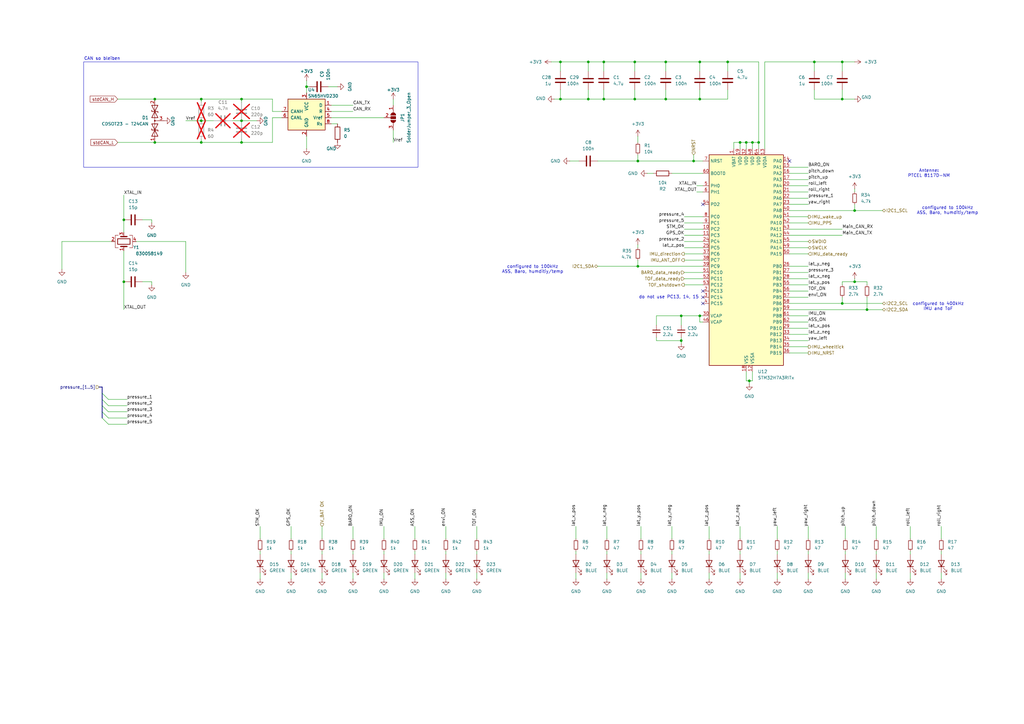
<source format=kicad_sch>
(kicad_sch
	(version 20231120)
	(generator "eeschema")
	(generator_version "8.0")
	(uuid "f6f67541-be35-4f12-b8a2-3dc9be80aca7")
	(paper "A3")
	
	(junction
		(at 82.55 58.42)
		(diameter 0)
		(color 0 0 0 0)
		(uuid "02711912-3ddc-49e0-92f6-03a081c0bc2f")
	)
	(junction
		(at 279.4 129.54)
		(diameter 0)
		(color 0 0 0 0)
		(uuid "05f2eca3-f052-4379-8b81-0bd9d84021c6")
	)
	(junction
		(at 345.44 124.46)
		(diameter 0)
		(color 0 0 0 0)
		(uuid "1824736d-3a62-4344-ac02-c64d2855f57a")
	)
	(junction
		(at 306.07 58.42)
		(diameter 0)
		(color 0 0 0 0)
		(uuid "1829d6f0-8799-4d8d-8b48-45c7ac48fd60")
	)
	(junction
		(at 287.02 129.54)
		(diameter 0)
		(color 0 0 0 0)
		(uuid "1c9839be-4458-48b3-b586-8a9a576fc1b4")
	)
	(junction
		(at 82.55 49.53)
		(diameter 0)
		(color 0 0 0 0)
		(uuid "22c188dc-ea82-42c5-9e92-b92f5a1128e0")
	)
	(junction
		(at 261.62 66.04)
		(diameter 0)
		(color 0 0 0 0)
		(uuid "2bf48cec-cd07-48b8-884b-06d981e3fc7e")
	)
	(junction
		(at 355.6 127)
		(diameter 0)
		(color 0 0 0 0)
		(uuid "3375211b-4b1a-44b5-9445-5aee3ef44007")
	)
	(junction
		(at 241.3 25.4)
		(diameter 0)
		(color 0 0 0 0)
		(uuid "3679aa0e-36db-448b-8a7b-33ebc786bd1b")
	)
	(junction
		(at 279.4 139.7)
		(diameter 0)
		(color 0 0 0 0)
		(uuid "41edc89c-1ea8-4c92-9d63-a555190e6331")
	)
	(junction
		(at 241.3 40.64)
		(diameter 0)
		(color 0 0 0 0)
		(uuid "41f2ce71-0e32-49d6-8d4c-f36f6a00acec")
	)
	(junction
		(at 125.73 35.56)
		(diameter 0)
		(color 0 0 0 0)
		(uuid "45eadff9-0bf7-46f1-b1b8-dcfe9742c745")
	)
	(junction
		(at 307.34 156.21)
		(diameter 0)
		(color 0 0 0 0)
		(uuid "52300fe2-5022-4d8a-bf68-694286a72efc")
	)
	(junction
		(at 261.62 109.22)
		(diameter 0)
		(color 0 0 0 0)
		(uuid "54bc001b-847a-4bfe-a314-28dbb7bebd1c")
	)
	(junction
		(at 63.5 58.42)
		(diameter 0)
		(color 0 0 0 0)
		(uuid "64c676cf-50b8-4620-a301-a9211d0f0b10")
	)
	(junction
		(at 298.45 25.4)
		(diameter 0)
		(color 0 0 0 0)
		(uuid "67f0be78-ef61-497f-b6d8-ffb698ca112c")
	)
	(junction
		(at 287.02 25.4)
		(diameter 0)
		(color 0 0 0 0)
		(uuid "6fcdd68e-f04b-494c-ab89-c325ae84fb39")
	)
	(junction
		(at 303.53 58.42)
		(diameter 0)
		(color 0 0 0 0)
		(uuid "750577f9-59fb-49ee-9754-b631696332cb")
	)
	(junction
		(at 260.35 25.4)
		(diameter 0)
		(color 0 0 0 0)
		(uuid "7e737f40-590e-4aa1-a8d3-084e31782b8d")
	)
	(junction
		(at 99.06 40.64)
		(diameter 0)
		(color 0 0 0 0)
		(uuid "83b3599f-6871-4dd3-aea7-69a8da5cdf7d")
	)
	(junction
		(at 350.52 115.57)
		(diameter 0)
		(color 0 0 0 0)
		(uuid "867e452d-ca8f-4fd7-960d-b87abf010feb")
	)
	(junction
		(at 308.61 58.42)
		(diameter 0)
		(color 0 0 0 0)
		(uuid "882fcb58-79c8-4782-bbf8-be5a48920b17")
	)
	(junction
		(at 247.65 40.64)
		(diameter 0)
		(color 0 0 0 0)
		(uuid "97b44b6f-59ed-404b-a917-25062d2ba39e")
	)
	(junction
		(at 273.05 40.64)
		(diameter 0)
		(color 0 0 0 0)
		(uuid "99452ed4-a9a5-418f-a499-5a806c0b5a62")
	)
	(junction
		(at 229.87 40.64)
		(diameter 0)
		(color 0 0 0 0)
		(uuid "a1c107c7-235d-40f8-9c42-fa1b7406633a")
	)
	(junction
		(at 99.06 58.42)
		(diameter 0)
		(color 0 0 0 0)
		(uuid "a4b4d4f5-73c1-4f66-bc1e-a48844b3d64e")
	)
	(junction
		(at 50.8 90.17)
		(diameter 0)
		(color 0 0 0 0)
		(uuid "a5d7a589-aff2-4da4-a0ad-223d8d183f00")
	)
	(junction
		(at 50.8 115.57)
		(diameter 0)
		(color 0 0 0 0)
		(uuid "acf339fc-f13c-4a1a-8c1f-ffbad3620d24")
	)
	(junction
		(at 345.44 40.64)
		(diameter 0)
		(color 0 0 0 0)
		(uuid "b2622e80-378e-43c5-a2ca-0c1544b7a37e")
	)
	(junction
		(at 273.05 25.4)
		(diameter 0)
		(color 0 0 0 0)
		(uuid "c55ec1ad-3e4f-4b30-a50c-4a056c90aa87")
	)
	(junction
		(at 229.87 25.4)
		(diameter 0)
		(color 0 0 0 0)
		(uuid "ce53ebd9-74a9-44a3-be91-3dd45ac333de")
	)
	(junction
		(at 350.52 86.36)
		(diameter 0)
		(color 0 0 0 0)
		(uuid "d582fbdb-4371-4c6a-ba9f-bd330f9a987b")
	)
	(junction
		(at 284.48 66.04)
		(diameter 0)
		(color 0 0 0 0)
		(uuid "d6f222a1-83bf-4cfb-8c19-c5a499caf9ed")
	)
	(junction
		(at 82.55 40.64)
		(diameter 0)
		(color 0 0 0 0)
		(uuid "db0c4c9f-d539-4751-9275-18122f6249f3")
	)
	(junction
		(at 311.15 58.42)
		(diameter 0)
		(color 0 0 0 0)
		(uuid "dec916b7-6d69-4b22-bc2a-7cc3869d94b7")
	)
	(junction
		(at 334.01 25.4)
		(diameter 0)
		(color 0 0 0 0)
		(uuid "e28f59bd-3bb3-4811-8480-35919c970a9c")
	)
	(junction
		(at 260.35 40.64)
		(diameter 0)
		(color 0 0 0 0)
		(uuid "e7c3871d-035c-4455-bca2-2a7107124d46")
	)
	(junction
		(at 63.5 40.64)
		(diameter 0)
		(color 0 0 0 0)
		(uuid "e968422a-820a-4be5-8bc7-1e423aa86787")
	)
	(junction
		(at 247.65 25.4)
		(diameter 0)
		(color 0 0 0 0)
		(uuid "eacb0b92-a83b-4f2e-8412-d3490d5ac7f8")
	)
	(junction
		(at 345.44 25.4)
		(diameter 0)
		(color 0 0 0 0)
		(uuid "ebd75753-8f7a-48cb-b38b-12cd2de7b9fc")
	)
	(junction
		(at 99.06 49.53)
		(diameter 0)
		(color 0 0 0 0)
		(uuid "f4c6011a-7cc1-426e-8859-7b6f9f903a1c")
	)
	(junction
		(at 287.02 40.64)
		(diameter 0)
		(color 0 0 0 0)
		(uuid "fe291a66-7480-497d-870e-df124c581be9")
	)
	(no_connect
		(at 288.29 121.92)
		(uuid "0ec9db39-c5d5-4983-8121-1640d5588368")
	)
	(no_connect
		(at 288.29 119.38)
		(uuid "1870f4db-ecc6-4b9f-b63b-57b21abd49b9")
	)
	(no_connect
		(at 288.29 124.46)
		(uuid "4e9c52cd-24e5-4dbc-ac0a-6b78492dbc28")
	)
	(no_connect
		(at 323.85 66.04)
		(uuid "6efe6000-c42c-480b-a500-91cc44816f18")
	)
	(no_connect
		(at 288.29 83.82)
		(uuid "77a82e33-55c3-484c-87d1-ac4d5b491bb5")
	)
	(bus_entry
		(at 44.45 166.37)
		(size -2.54 -2.54)
		(stroke
			(width 0)
			(type default)
		)
		(uuid "2819fe84-e0e0-47f9-920f-7af5fd18267a")
	)
	(bus_entry
		(at 44.45 168.91)
		(size -2.54 -2.54)
		(stroke
			(width 0)
			(type default)
		)
		(uuid "4ad2a82a-5da7-4c01-8009-d09e663209aa")
	)
	(bus_entry
		(at 44.45 171.45)
		(size -2.54 -2.54)
		(stroke
			(width 0)
			(type default)
		)
		(uuid "9589dc1e-902c-49ce-b2a5-b1622d89566b")
	)
	(bus_entry
		(at 44.45 163.83)
		(size -2.54 -2.54)
		(stroke
			(width 0)
			(type default)
		)
		(uuid "a3a78c70-f065-422e-9ec3-52d54a535aa7")
	)
	(bus_entry
		(at 44.45 173.99)
		(size -2.54 -2.54)
		(stroke
			(width 0)
			(type default)
		)
		(uuid "d3a34359-e3d4-4a79-8d48-e4e18dc24900")
	)
	(wire
		(pts
			(xy 247.65 40.64) (xy 260.35 40.64)
		)
		(stroke
			(width 0)
			(type default)
		)
		(uuid "0001f949-39d3-40ed-8508-5c01126c09b4")
	)
	(wire
		(pts
			(xy 386.08 215.9) (xy 386.08 220.98)
		)
		(stroke
			(width 0)
			(type default)
		)
		(uuid "01ca7460-52db-4ff4-9eda-c26f869ff1ab")
	)
	(wire
		(pts
			(xy 99.06 58.42) (xy 111.76 58.42)
		)
		(stroke
			(width 0)
			(type default)
		)
		(uuid "01e12039-dc5d-43b5-a139-eae8db89fbfc")
	)
	(wire
		(pts
			(xy 260.35 40.64) (xy 260.35 36.83)
		)
		(stroke
			(width 0)
			(type default)
		)
		(uuid "0261c4fc-1af0-4ca4-b09e-aea37f042ae4")
	)
	(wire
		(pts
			(xy 288.29 101.6) (xy 280.67 101.6)
		)
		(stroke
			(width 0)
			(type default)
		)
		(uuid "0364fdd6-f75d-4cf8-8e9d-eecfc5ad9d98")
	)
	(wire
		(pts
			(xy 115.57 45.72) (xy 111.76 45.72)
		)
		(stroke
			(width 0)
			(type default)
		)
		(uuid "03878a06-0cd1-42a9-96f2-3fadc3573afa")
	)
	(wire
		(pts
			(xy 311.15 58.42) (xy 311.15 25.4)
		)
		(stroke
			(width 0)
			(type default)
		)
		(uuid "0394a6f0-3f39-47d8-8e50-2841ab674743")
	)
	(wire
		(pts
			(xy 248.92 215.9) (xy 248.92 220.98)
		)
		(stroke
			(width 0)
			(type default)
		)
		(uuid "06244b06-bd21-4096-a31d-74925a9c51da")
	)
	(wire
		(pts
			(xy 331.47 78.74) (xy 323.85 78.74)
		)
		(stroke
			(width 0)
			(type default)
		)
		(uuid "078f3bc4-5968-4ec9-87f8-00dd862c5f9e")
	)
	(wire
		(pts
			(xy 229.87 36.83) (xy 229.87 40.64)
		)
		(stroke
			(width 0)
			(type default)
		)
		(uuid "08d07e0a-c40c-472f-a637-2ed205342ba8")
	)
	(wire
		(pts
			(xy 323.85 83.82) (xy 331.47 83.82)
		)
		(stroke
			(width 0)
			(type default)
		)
		(uuid "092800c3-3217-4163-bdfc-2649924bd049")
	)
	(wire
		(pts
			(xy 323.85 134.62) (xy 331.47 134.62)
		)
		(stroke
			(width 0)
			(type default)
		)
		(uuid "09915db4-5181-4a30-be93-c1c5392fa6c5")
	)
	(wire
		(pts
			(xy 288.29 114.3) (xy 280.67 114.3)
		)
		(stroke
			(width 0)
			(type default)
		)
		(uuid "0996bcbc-390e-4aaf-893f-4392c73fdff7")
	)
	(wire
		(pts
			(xy 52.07 166.37) (xy 44.45 166.37)
		)
		(stroke
			(width 0)
			(type default)
		)
		(uuid "0a8c1992-8678-499e-b4c7-9cefe10f78fe")
	)
	(wire
		(pts
			(xy 350.52 78.74) (xy 350.52 77.47)
		)
		(stroke
			(width 0)
			(type default)
		)
		(uuid "0a8dd2e3-04a9-4cc8-af24-603233e1a817")
	)
	(wire
		(pts
			(xy 350.52 40.64) (xy 345.44 40.64)
		)
		(stroke
			(width 0)
			(type default)
		)
		(uuid "0c50870f-a77f-40e0-b843-ecd4802e7e45")
	)
	(wire
		(pts
			(xy 285.75 78.74) (xy 288.29 78.74)
		)
		(stroke
			(width 0)
			(type default)
		)
		(uuid "0cb7f255-5227-4618-9611-e27c877bbb19")
	)
	(wire
		(pts
			(xy 350.52 114.3) (xy 350.52 115.57)
		)
		(stroke
			(width 0)
			(type default)
		)
		(uuid "0ef9c614-61a8-42ab-b792-1c64df05fc19")
	)
	(wire
		(pts
			(xy 331.47 226.06) (xy 331.47 227.33)
		)
		(stroke
			(width 0)
			(type default)
		)
		(uuid "1012c7d4-840a-479d-aa4f-eff1292f4e83")
	)
	(wire
		(pts
			(xy 288.29 96.52) (xy 280.67 96.52)
		)
		(stroke
			(width 0)
			(type default)
		)
		(uuid "10bd877a-efc1-4faf-8980-8934c74b12c0")
	)
	(wire
		(pts
			(xy 287.02 25.4) (xy 287.02 29.21)
		)
		(stroke
			(width 0)
			(type default)
		)
		(uuid "1166708f-87ed-4f33-b20f-1c053db9f34b")
	)
	(wire
		(pts
			(xy 248.92 226.06) (xy 248.92 227.33)
		)
		(stroke
			(width 0)
			(type default)
		)
		(uuid "11fe155f-4ddc-4ec2-a819-8943b1f38ac8")
	)
	(wire
		(pts
			(xy 303.53 58.42) (xy 306.07 58.42)
		)
		(stroke
			(width 0)
			(type default)
		)
		(uuid "181db17d-4e28-499e-991d-9f793c9b66df")
	)
	(wire
		(pts
			(xy 303.53 215.9) (xy 303.53 220.98)
		)
		(stroke
			(width 0)
			(type default)
		)
		(uuid "18996d87-e410-4106-9f9b-f8fd17ea80aa")
	)
	(wire
		(pts
			(xy 135.89 48.26) (xy 157.48 48.26)
		)
		(stroke
			(width 0)
			(type default)
		)
		(uuid "1a08c56b-bbb2-48fc-8f73-27905bc181c4")
	)
	(wire
		(pts
			(xy 248.92 234.95) (xy 248.92 237.49)
		)
		(stroke
			(width 0)
			(type default)
		)
		(uuid "1a4796bb-c263-471f-a258-88eb490749ca")
	)
	(wire
		(pts
			(xy 318.77 215.9) (xy 318.77 220.98)
		)
		(stroke
			(width 0)
			(type default)
		)
		(uuid "1a6e7067-3d14-4b1d-b68c-048838e46b02")
	)
	(wire
		(pts
			(xy 236.22 215.9) (xy 236.22 220.98)
		)
		(stroke
			(width 0)
			(type default)
		)
		(uuid "1abdf9d9-818b-45b4-ab82-95a34f29c06a")
	)
	(wire
		(pts
			(xy 350.52 83.82) (xy 350.52 86.36)
		)
		(stroke
			(width 0)
			(type default)
		)
		(uuid "1dbc40c3-fce2-44d5-87e6-28f207868150")
	)
	(wire
		(pts
			(xy 267.97 71.12) (xy 265.43 71.12)
		)
		(stroke
			(width 0)
			(type default)
		)
		(uuid "1dc66a9c-ee1a-459b-8c68-e0fc9ff1998f")
	)
	(wire
		(pts
			(xy 135.89 45.72) (xy 144.78 45.72)
		)
		(stroke
			(width 0)
			(type default)
		)
		(uuid "1ddf616b-8bcd-473d-adb7-5df589827c2c")
	)
	(wire
		(pts
			(xy 262.89 234.95) (xy 262.89 237.49)
		)
		(stroke
			(width 0)
			(type default)
		)
		(uuid "1e266da4-15e4-46bf-9057-695e68ae990d")
	)
	(wire
		(pts
			(xy 82.55 57.15) (xy 82.55 58.42)
		)
		(stroke
			(width 0)
			(type default)
		)
		(uuid "1e97d700-9f25-4512-9ffb-07ff55fadd54")
	)
	(wire
		(pts
			(xy 182.88 226.06) (xy 182.88 227.33)
		)
		(stroke
			(width 0)
			(type default)
		)
		(uuid "1f3e376d-4585-4954-afd2-9d4b936071be")
	)
	(wire
		(pts
			(xy 323.85 104.14) (xy 331.47 104.14)
		)
		(stroke
			(width 0)
			(type default)
		)
		(uuid "203aaba8-250a-48d4-90f9-4c14fbe3e45a")
	)
	(wire
		(pts
			(xy 261.62 66.04) (xy 284.48 66.04)
		)
		(stroke
			(width 0)
			(type default)
		)
		(uuid "20a0037a-6f57-40fc-a417-822a89049630")
	)
	(wire
		(pts
			(xy 275.59 226.06) (xy 275.59 227.33)
		)
		(stroke
			(width 0)
			(type default)
		)
		(uuid "20c48352-6b9b-4635-96ee-d113e8cce6b8")
	)
	(wire
		(pts
			(xy 345.44 116.84) (xy 345.44 115.57)
		)
		(stroke
			(width 0)
			(type default)
		)
		(uuid "20d5c167-42df-43e0-9ac5-5bad0bb3094a")
	)
	(wire
		(pts
			(xy 99.06 49.53) (xy 105.41 49.53)
		)
		(stroke
			(width 0)
			(type default)
		)
		(uuid "2103d857-cdab-4bee-bd99-22545a6fc362")
	)
	(wire
		(pts
			(xy 306.07 152.4) (xy 306.07 156.21)
		)
		(stroke
			(width 0)
			(type default)
		)
		(uuid "21076ab9-dc83-4b5c-9265-1513cc27ecbe")
	)
	(wire
		(pts
			(xy 287.02 129.54) (xy 279.4 129.54)
		)
		(stroke
			(width 0)
			(type default)
		)
		(uuid "2418d085-28b0-4deb-b460-9f514a37bf67")
	)
	(wire
		(pts
			(xy 331.47 109.22) (xy 323.85 109.22)
		)
		(stroke
			(width 0)
			(type default)
		)
		(uuid "247afac0-530a-43e6-a8d7-8762385e394c")
	)
	(wire
		(pts
			(xy 346.71 215.9) (xy 346.71 220.98)
		)
		(stroke
			(width 0)
			(type default)
		)
		(uuid "2591c80c-43bd-4198-a09b-45568c7ab57a")
	)
	(wire
		(pts
			(xy 323.85 101.6) (xy 331.47 101.6)
		)
		(stroke
			(width 0)
			(type default)
		)
		(uuid "26506612-0d56-4584-854a-e17d0ff04a6f")
	)
	(wire
		(pts
			(xy 58.42 90.17) (xy 62.23 90.17)
		)
		(stroke
			(width 0)
			(type default)
		)
		(uuid "2700b280-68c8-4a54-ae5c-94f4d34d2571")
	)
	(wire
		(pts
			(xy 76.2 99.06) (xy 76.2 111.76)
		)
		(stroke
			(width 0)
			(type default)
		)
		(uuid "27836da9-e88e-4848-887d-19110b380a0d")
	)
	(wire
		(pts
			(xy 261.62 109.22) (xy 245.11 109.22)
		)
		(stroke
			(width 0)
			(type default)
		)
		(uuid "286fd7bd-7681-4d1c-8e3d-9a92fe166723")
	)
	(wire
		(pts
			(xy 111.76 48.26) (xy 111.76 58.42)
		)
		(stroke
			(width 0)
			(type default)
		)
		(uuid "28d5ccad-2d3c-420c-a5ba-67896678c186")
	)
	(wire
		(pts
			(xy 279.4 129.54) (xy 269.24 129.54)
		)
		(stroke
			(width 0)
			(type default)
		)
		(uuid "29202fa7-3735-4df1-93c9-c3187ff61287")
	)
	(wire
		(pts
			(xy 241.3 40.64) (xy 247.65 40.64)
		)
		(stroke
			(width 0)
			(type default)
		)
		(uuid "2bce8610-abc8-4743-87aa-9f4d128da7c0")
	)
	(wire
		(pts
			(xy 63.5 40.64) (xy 82.55 40.64)
		)
		(stroke
			(width 0)
			(type default)
		)
		(uuid "2c43aaf0-c1c6-48f8-8c8a-b6e70411252b")
	)
	(wire
		(pts
			(xy 306.07 58.42) (xy 308.61 58.42)
		)
		(stroke
			(width 0)
			(type default)
		)
		(uuid "2d27e6b8-7c65-4a2f-ba07-34c282d455c6")
	)
	(wire
		(pts
			(xy 298.45 25.4) (xy 311.15 25.4)
		)
		(stroke
			(width 0)
			(type default)
		)
		(uuid "2d286d5f-d244-4fc1-89c6-2073206553da")
	)
	(wire
		(pts
			(xy 82.55 58.42) (xy 99.06 58.42)
		)
		(stroke
			(width 0)
			(type default)
		)
		(uuid "2db3a607-6a62-4175-a477-46d1104c5583")
	)
	(wire
		(pts
			(xy 275.59 71.12) (xy 288.29 71.12)
		)
		(stroke
			(width 0)
			(type default)
		)
		(uuid "2ee32a26-c0be-4c79-93a3-a2007e7aa903")
	)
	(bus
		(pts
			(xy 41.91 158.75) (xy 41.91 161.29)
		)
		(stroke
			(width 0)
			(type default)
		)
		(uuid "310347f0-f7c9-4387-a6c2-b357557db81d")
	)
	(wire
		(pts
			(xy 236.22 226.06) (xy 236.22 227.33)
		)
		(stroke
			(width 0)
			(type default)
		)
		(uuid "32f5e4aa-47c0-4b6d-89f1-fddd6454a25a")
	)
	(wire
		(pts
			(xy 273.05 25.4) (xy 287.02 25.4)
		)
		(stroke
			(width 0)
			(type default)
		)
		(uuid "33cb1570-388a-4de2-b2ec-d5f33dd9219a")
	)
	(wire
		(pts
			(xy 318.77 226.06) (xy 318.77 227.33)
		)
		(stroke
			(width 0)
			(type default)
		)
		(uuid "36bc1335-bd8c-4933-bd34-dbed2b8071b5")
	)
	(wire
		(pts
			(xy 161.29 43.18) (xy 161.29 40.64)
		)
		(stroke
			(width 0)
			(type default)
		)
		(uuid "372940e2-6189-40a0-bdb1-f06f89e15ce1")
	)
	(wire
		(pts
			(xy 298.45 36.83) (xy 298.45 40.64)
		)
		(stroke
			(width 0)
			(type default)
		)
		(uuid "387db260-db4c-4b2c-8422-5cee5ae36b2d")
	)
	(wire
		(pts
			(xy 260.35 25.4) (xy 260.35 29.21)
		)
		(stroke
			(width 0)
			(type default)
		)
		(uuid "3a8f94d4-c18b-4f4c-8d64-a5bd3f828331")
	)
	(wire
		(pts
			(xy 106.68 215.9) (xy 106.68 220.98)
		)
		(stroke
			(width 0)
			(type default)
		)
		(uuid "3ae3d2e2-22d9-44fe-ae31-3cf0e856935f")
	)
	(wire
		(pts
			(xy 323.85 71.12) (xy 331.47 71.12)
		)
		(stroke
			(width 0)
			(type default)
		)
		(uuid "3b948ab6-4e8b-429a-95ac-67e4659272d5")
	)
	(wire
		(pts
			(xy 288.29 93.98) (xy 280.67 93.98)
		)
		(stroke
			(width 0)
			(type default)
		)
		(uuid "3c30603d-784f-401d-84f5-93dfa881ddfb")
	)
	(wire
		(pts
			(xy 290.83 234.95) (xy 290.83 237.49)
		)
		(stroke
			(width 0)
			(type default)
		)
		(uuid "3dd84dd9-2eeb-41e5-b55d-d3de5647d89b")
	)
	(wire
		(pts
			(xy 95.25 49.53) (xy 99.06 49.53)
		)
		(stroke
			(width 0)
			(type default)
		)
		(uuid "3f29005b-b398-461b-8986-de6d63d73d25")
	)
	(wire
		(pts
			(xy 182.88 215.9) (xy 182.88 220.98)
		)
		(stroke
			(width 0)
			(type default)
		)
		(uuid "425b76d7-0885-41d0-8843-a84b242ebabd")
	)
	(wire
		(pts
			(xy 350.52 25.4) (xy 345.44 25.4)
		)
		(stroke
			(width 0)
			(type default)
		)
		(uuid "437c5b24-80c0-4b9e-8935-2745a6446d87")
	)
	(wire
		(pts
			(xy 275.59 215.9) (xy 275.59 220.98)
		)
		(stroke
			(width 0)
			(type default)
		)
		(uuid "451eb3d6-01d1-4580-97b1-75bce5c6cba2")
	)
	(wire
		(pts
			(xy 308.61 156.21) (xy 307.34 156.21)
		)
		(stroke
			(width 0)
			(type default)
		)
		(uuid "45a9a9e4-4d04-44df-9e17-ab8763e73551")
	)
	(wire
		(pts
			(xy 300.99 58.42) (xy 303.53 58.42)
		)
		(stroke
			(width 0)
			(type default)
		)
		(uuid "46df0fbd-514d-42ca-bdbd-e4f305afffcd")
	)
	(wire
		(pts
			(xy 229.87 25.4) (xy 229.87 29.21)
		)
		(stroke
			(width 0)
			(type default)
		)
		(uuid "49203d5c-c1e1-4066-b335-4fd97ca383bf")
	)
	(wire
		(pts
			(xy 233.68 66.04) (xy 237.49 66.04)
		)
		(stroke
			(width 0)
			(type default)
		)
		(uuid "4ae5c6af-ad30-437d-9031-98e16e92d60e")
	)
	(wire
		(pts
			(xy 303.53 226.06) (xy 303.53 227.33)
		)
		(stroke
			(width 0)
			(type default)
		)
		(uuid "4b11e264-4438-4898-a99d-4b8d476f0507")
	)
	(bus
		(pts
			(xy 41.91 161.29) (xy 41.91 163.83)
		)
		(stroke
			(width 0)
			(type default)
		)
		(uuid "4d1bd31d-6678-4e41-8f1a-1ff081ac86d3")
	)
	(wire
		(pts
			(xy 280.67 106.68) (xy 288.29 106.68)
		)
		(stroke
			(width 0)
			(type default)
		)
		(uuid "4e6d311f-25f7-46df-b50b-b41797dad106")
	)
	(wire
		(pts
			(xy 157.48 226.06) (xy 157.48 227.33)
		)
		(stroke
			(width 0)
			(type default)
		)
		(uuid "4f056433-e7ba-4eff-a82c-03f68aa824d2")
	)
	(wire
		(pts
			(xy 132.08 226.06) (xy 132.08 227.33)
		)
		(stroke
			(width 0)
			(type default)
		)
		(uuid "4f681736-5172-4185-9740-90e8e09cbb86")
	)
	(wire
		(pts
			(xy 260.35 25.4) (xy 273.05 25.4)
		)
		(stroke
			(width 0)
			(type default)
		)
		(uuid "501abd1f-1999-45e3-961c-1162a6747884")
	)
	(wire
		(pts
			(xy 308.61 58.42) (xy 311.15 58.42)
		)
		(stroke
			(width 0)
			(type default)
		)
		(uuid "50e490da-4c89-4e28-894a-7e430f8f7207")
	)
	(wire
		(pts
			(xy 287.02 25.4) (xy 298.45 25.4)
		)
		(stroke
			(width 0)
			(type default)
		)
		(uuid "531fe000-8f00-482d-99d5-054db17d49ac")
	)
	(wire
		(pts
			(xy 279.4 139.7) (xy 279.4 138.43)
		)
		(stroke
			(width 0)
			(type default)
		)
		(uuid "53b4619f-1bc2-4106-83aa-05ff428058c8")
	)
	(wire
		(pts
			(xy 52.07 173.99) (xy 44.45 173.99)
		)
		(stroke
			(width 0)
			(type default)
		)
		(uuid "54657b9b-e2aa-4328-bba8-c4392c032ff0")
	)
	(wire
		(pts
			(xy 125.73 55.88) (xy 125.73 60.96)
		)
		(stroke
			(width 0)
			(type default)
		)
		(uuid "570088de-7f14-47ed-9cb3-301971586efa")
	)
	(wire
		(pts
			(xy 82.55 40.64) (xy 99.06 40.64)
		)
		(stroke
			(width 0)
			(type default)
		)
		(uuid "5d7315e8-e471-42bb-b7d6-d3db099ab6cb")
	)
	(wire
		(pts
			(xy 157.48 234.95) (xy 157.48 237.49)
		)
		(stroke
			(width 0)
			(type default)
		)
		(uuid "5db65948-c05c-43ac-827c-16d5b86779e1")
	)
	(wire
		(pts
			(xy 241.3 29.21) (xy 241.3 25.4)
		)
		(stroke
			(width 0)
			(type default)
		)
		(uuid "5e4d11c6-95f4-4bc5-8a47-b77bf5ee0807")
	)
	(wire
		(pts
			(xy 138.43 35.56) (xy 134.62 35.56)
		)
		(stroke
			(width 0)
			(type default)
		)
		(uuid "5f4b455b-500e-44e7-a3fe-29c6eb710326")
	)
	(wire
		(pts
			(xy 308.61 152.4) (xy 308.61 156.21)
		)
		(stroke
			(width 0)
			(type default)
		)
		(uuid "5f9c20f7-d727-4d18-bef3-6747c7541065")
	)
	(wire
		(pts
			(xy 323.85 96.52) (xy 345.44 96.52)
		)
		(stroke
			(width 0)
			(type default)
		)
		(uuid "5f9c46e7-3498-47b1-9293-4f62a3bb4015")
	)
	(wire
		(pts
			(xy 280.67 116.84) (xy 288.29 116.84)
		)
		(stroke
			(width 0)
			(type default)
		)
		(uuid "609126d7-bfd1-46eb-976e-357b5614e676")
	)
	(wire
		(pts
			(xy 359.41 215.9) (xy 359.41 220.98)
		)
		(stroke
			(width 0)
			(type default)
		)
		(uuid "6221be2a-4dde-465c-b7bb-9bcf9cf6e88c")
	)
	(wire
		(pts
			(xy 229.87 25.4) (xy 241.3 25.4)
		)
		(stroke
			(width 0)
			(type default)
		)
		(uuid "6421137c-8851-4fac-b3a2-8cc2573b2442")
	)
	(wire
		(pts
			(xy 307.34 156.21) (xy 307.34 157.48)
		)
		(stroke
			(width 0)
			(type default)
		)
		(uuid "6709f805-8869-43ef-a99d-34f1711b152b")
	)
	(wire
		(pts
			(xy 125.73 35.56) (xy 125.73 38.1)
		)
		(stroke
			(width 0)
			(type default)
		)
		(uuid "6737d641-8b8c-46f1-ab2a-5a75a8cad980")
	)
	(wire
		(pts
			(xy 195.58 226.06) (xy 195.58 227.33)
		)
		(stroke
			(width 0)
			(type default)
		)
		(uuid "69a0a8c3-692f-443b-a2d4-342d4571ea66")
	)
	(wire
		(pts
			(xy 280.67 111.76) (xy 288.29 111.76)
		)
		(stroke
			(width 0)
			(type default)
		)
		(uuid "6b81b5d2-098a-45bf-9a0a-76f865d6cbb0")
	)
	(wire
		(pts
			(xy 170.18 226.06) (xy 170.18 227.33)
		)
		(stroke
			(width 0)
			(type default)
		)
		(uuid "6cf27972-a068-46e8-b5c9-d67e10390a77")
	)
	(wire
		(pts
			(xy 288.29 66.04) (xy 284.48 66.04)
		)
		(stroke
			(width 0)
			(type default)
		)
		(uuid "6df3c638-bb54-4bc2-ba8e-9159e0d432e9")
	)
	(wire
		(pts
			(xy 125.73 33.02) (xy 125.73 35.56)
		)
		(stroke
			(width 0)
			(type default)
		)
		(uuid "6e313875-600a-4b77-9601-e8640bc33bbe")
	)
	(wire
		(pts
			(xy 331.47 215.9) (xy 331.47 220.98)
		)
		(stroke
			(width 0)
			(type default)
		)
		(uuid "6e34819f-59bb-45ab-ab04-24877e73f082")
	)
	(wire
		(pts
			(xy 273.05 40.64) (xy 260.35 40.64)
		)
		(stroke
			(width 0)
			(type default)
		)
		(uuid "70f2efcf-a438-4590-b638-72356b7bd17e")
	)
	(wire
		(pts
			(xy 261.62 55.88) (xy 261.62 58.42)
		)
		(stroke
			(width 0)
			(type default)
		)
		(uuid "71f50d9a-e7a4-4518-baa9-448b8b00f81c")
	)
	(wire
		(pts
			(xy 355.6 127) (xy 361.95 127)
		)
		(stroke
			(width 0)
			(type default)
		)
		(uuid "72bb4a2e-58bc-4ac2-b696-674aaa512f50")
	)
	(wire
		(pts
			(xy 334.01 36.83) (xy 334.01 40.64)
		)
		(stroke
			(width 0)
			(type default)
		)
		(uuid "731922a1-6098-4581-974f-e405dc88040d")
	)
	(wire
		(pts
			(xy 323.85 111.76) (xy 331.47 111.76)
		)
		(stroke
			(width 0)
			(type default)
		)
		(uuid "73bf955e-3e5c-4fbf-a877-52cde300afc6")
	)
	(wire
		(pts
			(xy 76.2 49.53) (xy 82.55 49.53)
		)
		(stroke
			(width 0)
			(type default)
		)
		(uuid "75b17103-0521-465c-9d6e-a0049abcd16f")
	)
	(wire
		(pts
			(xy 285.75 76.2) (xy 288.29 76.2)
		)
		(stroke
			(width 0)
			(type default)
		)
		(uuid "765b92d4-8b07-4492-8d66-aec20cc9202b")
	)
	(wire
		(pts
			(xy 52.07 171.45) (xy 44.45 171.45)
		)
		(stroke
			(width 0)
			(type default)
		)
		(uuid "76b67757-a366-426b-a7d3-cda11290d6cc")
	)
	(wire
		(pts
			(xy 323.85 137.16) (xy 331.47 137.16)
		)
		(stroke
			(width 0)
			(type default)
		)
		(uuid "78342f0c-bae7-4ff3-9426-70d7eb7ded0e")
	)
	(wire
		(pts
			(xy 288.29 104.14) (xy 280.67 104.14)
		)
		(stroke
			(width 0)
			(type default)
		)
		(uuid "783b82b2-e8d3-40fe-9008-6a3a44cc2e14")
	)
	(wire
		(pts
			(xy 111.76 45.72) (xy 111.76 40.64)
		)
		(stroke
			(width 0)
			(type default)
		)
		(uuid "78c8d1a3-aa24-41ae-97f8-ba70b98e52f8")
	)
	(wire
		(pts
			(xy 323.85 142.24) (xy 331.47 142.24)
		)
		(stroke
			(width 0)
			(type default)
		)
		(uuid "7c8d49b2-c952-4542-b166-25157445723b")
	)
	(wire
		(pts
			(xy 261.62 106.68) (xy 261.62 109.22)
		)
		(stroke
			(width 0)
			(type default)
		)
		(uuid "7db29a66-4f00-4a2d-9ce9-884d8339c047")
	)
	(wire
		(pts
			(xy 135.89 43.18) (xy 144.78 43.18)
		)
		(stroke
			(width 0)
			(type default)
		)
		(uuid "7ea06416-33dd-4a00-ad4e-563a3abacf70")
	)
	(wire
		(pts
			(xy 99.06 41.91) (xy 99.06 40.64)
		)
		(stroke
			(width 0)
			(type default)
		)
		(uuid "806ac57e-1f43-43bf-b175-37f0b4206505")
	)
	(wire
		(pts
			(xy 55.88 99.06) (xy 76.2 99.06)
		)
		(stroke
			(width 0)
			(type default)
		)
		(uuid "823df362-c118-460d-abfd-7abbba8fb41b")
	)
	(wire
		(pts
			(xy 334.01 25.4) (xy 345.44 25.4)
		)
		(stroke
			(width 0)
			(type default)
		)
		(uuid "85eb155d-cd07-4f27-bce4-c34ecd43f260")
	)
	(wire
		(pts
			(xy 119.38 226.06) (xy 119.38 227.33)
		)
		(stroke
			(width 0)
			(type default)
		)
		(uuid "866e2620-2660-4d96-baa6-d0ec84983b21")
	)
	(wire
		(pts
			(xy 280.67 99.06) (xy 288.29 99.06)
		)
		(stroke
			(width 0)
			(type default)
		)
		(uuid "86b383c2-72ce-486e-b8d8-f38e1721c805")
	)
	(wire
		(pts
			(xy 82.55 49.53) (xy 87.63 49.53)
		)
		(stroke
			(width 0)
			(type default)
		)
		(uuid "8774467d-ff0f-4122-9b82-950f8320bfa8")
	)
	(wire
		(pts
			(xy 331.47 129.54) (xy 323.85 129.54)
		)
		(stroke
			(width 0)
			(type default)
		)
		(uuid "87ece071-d389-4b4f-b13f-91f72f979121")
	)
	(wire
		(pts
			(xy 115.57 48.26) (xy 111.76 48.26)
		)
		(stroke
			(width 0)
			(type default)
		)
		(uuid "88f1b8e9-20a8-4e3f-b64a-c501c57621c5")
	)
	(wire
		(pts
			(xy 247.65 36.83) (xy 247.65 40.64)
		)
		(stroke
			(width 0)
			(type default)
		)
		(uuid "8abf31ee-9dfc-454a-9447-c96a176e3e43")
	)
	(wire
		(pts
			(xy 279.4 129.54) (xy 279.4 133.35)
		)
		(stroke
			(width 0)
			(type default)
		)
		(uuid "8c324b61-52b1-4173-b231-f3e35f9d188d")
	)
	(wire
		(pts
			(xy 331.47 116.84) (xy 323.85 116.84)
		)
		(stroke
			(width 0)
			(type default)
		)
		(uuid "8c6ce892-5328-4f55-bdca-2f31fd9932f2")
	)
	(wire
		(pts
			(xy 323.85 139.7) (xy 331.47 139.7)
		)
		(stroke
			(width 0)
			(type default)
		)
		(uuid "8d183ac6-5778-4d62-9dd6-44887bfe7452")
	)
	(wire
		(pts
			(xy 229.87 40.64) (xy 241.3 40.64)
		)
		(stroke
			(width 0)
			(type default)
		)
		(uuid "8ead6031-96a5-4cbd-9509-e3d81d35d42a")
	)
	(wire
		(pts
			(xy 52.07 163.83) (xy 44.45 163.83)
		)
		(stroke
			(width 0)
			(type default)
		)
		(uuid "8f6c3ad3-9066-4cee-aca3-906544bb12e6")
	)
	(wire
		(pts
			(xy 182.88 234.95) (xy 182.88 237.49)
		)
		(stroke
			(width 0)
			(type default)
		)
		(uuid "917d362b-c954-43a5-929d-137dec887d2f")
	)
	(wire
		(pts
			(xy 386.08 234.95) (xy 386.08 237.49)
		)
		(stroke
			(width 0)
			(type default)
		)
		(uuid "91a175dc-1d70-45d4-a73b-81331af21662")
	)
	(wire
		(pts
			(xy 269.24 139.7) (xy 279.4 139.7)
		)
		(stroke
			(width 0)
			(type default)
		)
		(uuid "91a3f013-4233-46f4-8a54-d1bfab7c5235")
	)
	(wire
		(pts
			(xy 48.26 58.42) (xy 63.5 58.42)
		)
		(stroke
			(width 0)
			(type default)
		)
		(uuid "91ac5559-fbe2-4fdb-97bc-b319a3f1c1e0")
	)
	(wire
		(pts
			(xy 355.6 115.57) (xy 355.6 116.84)
		)
		(stroke
			(width 0)
			(type default)
		)
		(uuid "94769beb-5aab-4e9f-b461-0d9ead8ed54b")
	)
	(wire
		(pts
			(xy 323.85 93.98) (xy 345.44 93.98)
		)
		(stroke
			(width 0)
			(type default)
		)
		(uuid "94983e76-5f47-49d5-b56e-2c8b0ab2e46c")
	)
	(wire
		(pts
			(xy 345.44 29.21) (xy 345.44 25.4)
		)
		(stroke
			(width 0)
			(type default)
		)
		(uuid "94e04de2-ce1f-49ec-8a90-85d78ddab621")
	)
	(wire
		(pts
			(xy 313.69 25.4) (xy 313.69 60.96)
		)
		(stroke
			(width 0)
			(type default)
		)
		(uuid "950a2b29-7b6d-4361-a322-a762acda4ea1")
	)
	(wire
		(pts
			(xy 279.4 139.7) (xy 279.4 140.97)
		)
		(stroke
			(width 0)
			(type default)
		)
		(uuid "9584f2a5-b2dc-42ab-804c-be8daa07b6d7")
	)
	(wire
		(pts
			(xy 262.89 226.06) (xy 262.89 227.33)
		)
		(stroke
			(width 0)
			(type default)
		)
		(uuid "95ce2725-e095-443c-9add-4e51389b41ff")
	)
	(bus
		(pts
			(xy 41.91 168.91) (xy 41.91 171.45)
		)
		(stroke
			(width 0)
			(type default)
		)
		(uuid "97452e55-4ad6-4e62-a402-22228f56ad94")
	)
	(wire
		(pts
			(xy 269.24 129.54) (xy 269.24 133.35)
		)
		(stroke
			(width 0)
			(type default)
		)
		(uuid "976c0a14-4d8d-4b67-adac-1f75b55dc25a")
	)
	(wire
		(pts
			(xy 287.02 36.83) (xy 287.02 40.64)
		)
		(stroke
			(width 0)
			(type default)
		)
		(uuid "9a2cd625-afe6-466c-9d23-52ed20829344")
	)
	(wire
		(pts
			(xy 247.65 29.21) (xy 247.65 25.4)
		)
		(stroke
			(width 0)
			(type default)
		)
		(uuid "9bc670ce-4246-4042-a362-293fbeca0059")
	)
	(wire
		(pts
			(xy 323.85 144.78) (xy 331.47 144.78)
		)
		(stroke
			(width 0)
			(type default)
		)
		(uuid "9bdeb88d-a95c-42bb-8755-a8f33ea699ea")
	)
	(wire
		(pts
			(xy 359.41 234.95) (xy 359.41 237.49)
		)
		(stroke
			(width 0)
			(type default)
		)
		(uuid "9d9ba555-4f53-4a64-b521-e49445b28895")
	)
	(wire
		(pts
			(xy 273.05 36.83) (xy 273.05 40.64)
		)
		(stroke
			(width 0)
			(type default)
		)
		(uuid "9ddddc02-4e5f-4278-839a-cb17f2956dfa")
	)
	(wire
		(pts
			(xy 308.61 60.96) (xy 308.61 58.42)
		)
		(stroke
			(width 0)
			(type default)
		)
		(uuid "9e491b2c-c1cc-4458-ac8c-98308c9cde9c")
	)
	(wire
		(pts
			(xy 345.44 121.92) (xy 345.44 124.46)
		)
		(stroke
			(width 0)
			(type default)
		)
		(uuid "9f7eb05e-2cdb-4fd7-b16c-8eac182dccce")
	)
	(wire
		(pts
			(xy 350.52 86.36) (xy 361.95 86.36)
		)
		(stroke
			(width 0)
			(type default)
		)
		(uuid "9f866a4e-8517-45b2-a711-bfa3c1afee01")
	)
	(wire
		(pts
			(xy 280.67 91.44) (xy 288.29 91.44)
		)
		(stroke
			(width 0)
			(type default)
		)
		(uuid "a0f850d4-92d5-4156-b909-cb39f264fec6")
	)
	(wire
		(pts
			(xy 334.01 40.64) (xy 345.44 40.64)
		)
		(stroke
			(width 0)
			(type default)
		)
		(uuid "a1be3e84-11c0-40ad-a6b3-c176a3a58702")
	)
	(wire
		(pts
			(xy 269.24 138.43) (xy 269.24 139.7)
		)
		(stroke
			(width 0)
			(type default)
		)
		(uuid "a42f8864-493d-4834-9e4b-376cb1098157")
	)
	(wire
		(pts
			(xy 119.38 215.9) (xy 119.38 220.98)
		)
		(stroke
			(width 0)
			(type default)
		)
		(uuid "a44dd237-03ad-4154-9cf3-5748bcb90263")
	)
	(wire
		(pts
			(xy 119.38 234.95) (xy 119.38 237.49)
		)
		(stroke
			(width 0)
			(type default)
		)
		(uuid "a555ee74-a678-4f06-9ae0-8a347215f84c")
	)
	(wire
		(pts
			(xy 307.34 156.21) (xy 306.07 156.21)
		)
		(stroke
			(width 0)
			(type default)
		)
		(uuid "a616645a-2d29-433d-adde-045786f9e489")
	)
	(wire
		(pts
			(xy 247.65 25.4) (xy 260.35 25.4)
		)
		(stroke
			(width 0)
			(type default)
		)
		(uuid "a7b4f408-de50-410d-8cc1-5d9789fef741")
	)
	(wire
		(pts
			(xy 334.01 25.4) (xy 334.01 29.21)
		)
		(stroke
			(width 0)
			(type default)
		)
		(uuid "a7f97ce4-915e-4e93-ae37-364dbe9eed72")
	)
	(wire
		(pts
			(xy 99.06 40.64) (xy 111.76 40.64)
		)
		(stroke
			(width 0)
			(type default)
		)
		(uuid "a842772e-0e57-42b8-a44e-fcbfc773b9cc")
	)
	(wire
		(pts
			(xy 323.85 99.06) (xy 331.47 99.06)
		)
		(stroke
			(width 0)
			(type default)
		)
		(uuid "a8d92c85-8f00-4d2c-bfb5-8fb8b96215af")
	)
	(bus
		(pts
			(xy 41.91 163.83) (xy 41.91 166.37)
		)
		(stroke
			(width 0)
			(type default)
		)
		(uuid "ac46fef5-3e70-42d3-be4c-0def3e3cf21a")
	)
	(wire
		(pts
			(xy 82.55 40.64) (xy 82.55 41.91)
		)
		(stroke
			(width 0)
			(type default)
		)
		(uuid "ad4c8c8f-5001-4821-8f0a-1000de6cf7af")
	)
	(wire
		(pts
			(xy 300.99 60.96) (xy 300.99 58.42)
		)
		(stroke
			(width 0)
			(type default)
		)
		(uuid "ad55ccf0-ad6d-4c6a-9fea-fc8cffd13ed8")
	)
	(wire
		(pts
			(xy 132.08 215.9) (xy 132.08 220.98)
		)
		(stroke
			(width 0)
			(type default)
		)
		(uuid "ae6c453d-e0d1-4fb2-8ef4-5673993fccdf")
	)
	(wire
		(pts
			(xy 50.8 102.87) (xy 50.8 115.57)
		)
		(stroke
			(width 0)
			(type default)
		)
		(uuid "ae8e2aac-4813-41b5-ad40-dcc35697976f")
	)
	(wire
		(pts
			(xy 303.53 60.96) (xy 303.53 58.42)
		)
		(stroke
			(width 0)
			(type default)
		)
		(uuid "afd1466f-bacb-4151-b64d-ad76a9b263b0")
	)
	(wire
		(pts
			(xy 306.07 60.96) (xy 306.07 58.42)
		)
		(stroke
			(width 0)
			(type default)
		)
		(uuid "b041bdf3-ec71-4cd0-9e7b-0282602df310")
	)
	(wire
		(pts
			(xy 262.89 215.9) (xy 262.89 220.98)
		)
		(stroke
			(width 0)
			(type default)
		)
		(uuid "b05420bd-2a56-44ce-8a35-e58b48869261")
	)
	(wire
		(pts
			(xy 106.68 226.06) (xy 106.68 227.33)
		)
		(stroke
			(width 0)
			(type default)
		)
		(uuid "b2efbda0-6580-406c-a1c5-2cd3927a621c")
	)
	(wire
		(pts
			(xy 236.22 234.95) (xy 236.22 237.49)
		)
		(stroke
			(width 0)
			(type default)
		)
		(uuid "b63281f8-4938-4a0c-a914-14854642491a")
	)
	(wire
		(pts
			(xy 331.47 119.38) (xy 323.85 119.38)
		)
		(stroke
			(width 0)
			(type default)
		)
		(uuid "b6c17cd6-4276-47fe-bf35-8a7fc756f97f")
	)
	(wire
		(pts
			(xy 284.48 63.5) (xy 284.48 66.04)
		)
		(stroke
			(width 0)
			(type default)
		)
		(uuid "b810a7e4-5dc4-4d24-a08d-cba15040902f")
	)
	(wire
		(pts
			(xy 331.47 132.08) (xy 323.85 132.08)
		)
		(stroke
			(width 0)
			(type default)
		)
		(uuid "bab384f4-a2a3-4031-ab42-5e206b87cb66")
	)
	(wire
		(pts
			(xy 373.38 215.9) (xy 373.38 220.98)
		)
		(stroke
			(width 0)
			(type default)
		)
		(uuid "bb8556be-1c03-40c1-83f0-780323ee43fd")
	)
	(wire
		(pts
			(xy 132.08 234.95) (xy 132.08 237.49)
		)
		(stroke
			(width 0)
			(type default)
		)
		(uuid "bbbf2266-9e74-4cd7-92fe-70794d22b7fb")
	)
	(wire
		(pts
			(xy 144.78 234.95) (xy 144.78 237.49)
		)
		(stroke
			(width 0)
			(type default)
		)
		(uuid "bbc1fb0c-b143-40fd-93a0-1bdadbf93a13")
	)
	(wire
		(pts
			(xy 323.85 91.44) (xy 331.47 91.44)
		)
		(stroke
			(width 0)
			(type default)
		)
		(uuid "bc30df93-46dd-47f4-bb58-ac49f616dedd")
	)
	(wire
		(pts
			(xy 144.78 215.9) (xy 144.78 220.98)
		)
		(stroke
			(width 0)
			(type default)
		)
		(uuid "bc59eb99-ace2-4c8f-a07b-8a0f96ccf635")
	)
	(wire
		(pts
			(xy 161.29 53.34) (xy 161.29 58.42)
		)
		(stroke
			(width 0)
			(type default)
		)
		(uuid "bc62d159-5f5f-4c55-b124-bc23d831f4bf")
	)
	(wire
		(pts
			(xy 62.23 90.17) (xy 62.23 91.44)
		)
		(stroke
			(width 0)
			(type default)
		)
		(uuid "bc78767a-25fe-49e6-a973-20440c686a02")
	)
	(wire
		(pts
			(xy 345.44 124.46) (xy 361.95 124.46)
		)
		(stroke
			(width 0)
			(type default)
		)
		(uuid "bcb32f69-565d-421f-b00f-f490c4368c8f")
	)
	(wire
		(pts
			(xy 359.41 226.06) (xy 359.41 227.33)
		)
		(stroke
			(width 0)
			(type default)
		)
		(uuid "bedf1227-06fc-47ec-b167-c9616950027c")
	)
	(wire
		(pts
			(xy 125.73 35.56) (xy 127 35.56)
		)
		(stroke
			(width 0)
			(type default)
		)
		(uuid "bf8b114c-ff3a-429d-a83d-8f447edaeac2")
	)
	(wire
		(pts
			(xy 62.23 115.57) (xy 62.23 116.84)
		)
		(stroke
			(width 0)
			(type default)
		)
		(uuid "bfb8e4e1-0d89-48f7-b58c-bb4f55db1c5f")
	)
	(wire
		(pts
			(xy 280.67 88.9) (xy 288.29 88.9)
		)
		(stroke
			(width 0)
			(type default)
		)
		(uuid "c1082609-87c1-44be-963a-e3e22eee3bc2")
	)
	(wire
		(pts
			(xy 323.85 68.58) (xy 331.47 68.58)
		)
		(stroke
			(width 0)
			(type default)
		)
		(uuid "c1e6335f-338f-4372-8708-5185a1744852")
	)
	(wire
		(pts
			(xy 323.85 73.66) (xy 331.47 73.66)
		)
		(stroke
			(width 0)
			(type default)
		)
		(uuid "c6935ff5-a2b6-4152-91aa-546344222751")
	)
	(wire
		(pts
			(xy 323.85 124.46) (xy 345.44 124.46)
		)
		(stroke
			(width 0)
			(type default)
		)
		(uuid "c88a4ecd-ea0f-4283-8f9a-6310a27afd34")
	)
	(wire
		(pts
			(xy 157.48 215.9) (xy 157.48 220.98)
		)
		(stroke
			(width 0)
			(type default)
		)
		(uuid "c8a647e0-180e-4580-8bcf-a32799b09e73")
	)
	(wire
		(pts
			(xy 313.69 25.4) (xy 334.01 25.4)
		)
		(stroke
			(width 0)
			(type default)
		)
		(uuid "c8d2b643-7298-44f9-8934-72f340c1ed74")
	)
	(wire
		(pts
			(xy 373.38 226.06) (xy 373.38 227.33)
		)
		(stroke
			(width 0)
			(type default)
		)
		(uuid "ca282709-f7a6-4b5a-aa90-bfcd9f274e2a")
	)
	(wire
		(pts
			(xy 52.07 168.91) (xy 44.45 168.91)
		)
		(stroke
			(width 0)
			(type default)
		)
		(uuid "ca55fd4c-b8f9-432d-b85a-0d628dd615e4")
	)
	(wire
		(pts
			(xy 288.29 129.54) (xy 287.02 129.54)
		)
		(stroke
			(width 0)
			(type default)
		)
		(uuid "ca8b7039-0f45-47c8-8458-5ca5d5308cbd")
	)
	(wire
		(pts
			(xy 261.62 100.33) (xy 261.62 101.6)
		)
		(stroke
			(width 0)
			(type default)
		)
		(uuid "cd320625-ed21-48be-83a0-49b3906b2b8b")
	)
	(wire
		(pts
			(xy 241.3 25.4) (xy 247.65 25.4)
		)
		(stroke
			(width 0)
			(type default)
		)
		(uuid "cd3431fa-589c-48a0-9dea-033cacc1f715")
	)
	(wire
		(pts
			(xy 323.85 127) (xy 355.6 127)
		)
		(stroke
			(width 0)
			(type default)
		)
		(uuid "ce41b65c-bd4b-4583-9c8b-ec08743606e0")
	)
	(wire
		(pts
			(xy 345.44 36.83) (xy 345.44 40.64)
		)
		(stroke
			(width 0)
			(type default)
		)
		(uuid "cf7989a7-3b9e-43eb-ad8a-946ef44e292b")
	)
	(wire
		(pts
			(xy 346.71 226.06) (xy 346.71 227.33)
		)
		(stroke
			(width 0)
			(type default)
		)
		(uuid "cfce3361-5af0-4a34-8dcd-865d1d0cbfa4")
	)
	(wire
		(pts
			(xy 331.47 234.95) (xy 331.47 237.49)
		)
		(stroke
			(width 0)
			(type default)
		)
		(uuid "d05c0e6d-fc00-4c4b-b9fa-f7a06bb89006")
	)
	(wire
		(pts
			(xy 323.85 81.28) (xy 331.47 81.28)
		)
		(stroke
			(width 0)
			(type default)
		)
		(uuid "d194872b-bd60-4ee0-ac10-0351887fe775")
	)
	(wire
		(pts
			(xy 331.47 88.9) (xy 323.85 88.9)
		)
		(stroke
			(width 0)
			(type default)
		)
		(uuid "d66d739f-b471-4bf8-8337-f3cc717450b2")
	)
	(wire
		(pts
			(xy 195.58 215.9) (xy 195.58 220.98)
		)
		(stroke
			(width 0)
			(type default)
		)
		(uuid "d69421d6-8631-4694-99ad-307eb1cf73ea")
	)
	(wire
		(pts
			(xy 273.05 25.4) (xy 273.05 29.21)
		)
		(stroke
			(width 0)
			(type default)
		)
		(uuid "d6d01135-b7a6-4077-8bec-35a7b69c8533")
	)
	(wire
		(pts
			(xy 331.47 121.92) (xy 323.85 121.92)
		)
		(stroke
			(width 0)
			(type default)
		)
		(uuid "d7fb906f-1b58-494d-b2c0-ef722662e716")
	)
	(wire
		(pts
			(xy 245.11 66.04) (xy 261.62 66.04)
		)
		(stroke
			(width 0)
			(type default)
		)
		(uuid "d8b80bb4-2e4e-45cd-8dc4-e9a429a5e3c1")
	)
	(wire
		(pts
			(xy 106.68 234.95) (xy 106.68 237.49)
		)
		(stroke
			(width 0)
			(type default)
		)
		(uuid "d8d9b163-408c-40fa-bf10-db8685fc37cc")
	)
	(wire
		(pts
			(xy 311.15 60.96) (xy 311.15 58.42)
		)
		(stroke
			(width 0)
			(type default)
		)
		(uuid "d9143be7-37e7-4e01-ba04-b1d4eeffe8e2")
	)
	(wire
		(pts
			(xy 318.77 234.95) (xy 318.77 237.49)
		)
		(stroke
			(width 0)
			(type default)
		)
		(uuid "db0ae63f-0f70-400a-ac69-ce1bbd1fe69f")
	)
	(wire
		(pts
			(xy 373.38 234.95) (xy 373.38 237.49)
		)
		(stroke
			(width 0)
			(type default)
		)
		(uuid "de408acb-689f-4db0-98cf-f3e416a833e1")
	)
	(wire
		(pts
			(xy 195.58 234.95) (xy 195.58 237.49)
		)
		(stroke
			(width 0)
			(type default)
		)
		(uuid "de528d9b-b5d9-4b6e-8973-d17f2bb3f9b8")
	)
	(wire
		(pts
			(xy 63.5 58.42) (xy 82.55 58.42)
		)
		(stroke
			(width 0)
			(type default)
		)
		(uuid "e42dcc29-4b73-4bf4-a2f5-12b91aa581cd")
	)
	(wire
		(pts
			(xy 99.06 57.15) (xy 99.06 58.42)
		)
		(stroke
			(width 0)
			(type default)
		)
		(uuid "e6736f66-20e8-4029-b830-74333493ce2c")
	)
	(wire
		(pts
			(xy 323.85 76.2) (xy 331.47 76.2)
		)
		(stroke
			(width 0)
			(type default)
		)
		(uuid "e6aed33c-7fd5-480e-bb2a-700b36923865")
	)
	(wire
		(pts
			(xy 170.18 215.9) (xy 170.18 220.98)
		)
		(stroke
			(width 0)
			(type default)
		)
		(uuid "e88aee21-73c8-400b-bbb3-d39c77dc2978")
	)
	(wire
		(pts
			(xy 50.8 80.01) (xy 50.8 90.17)
		)
		(stroke
			(width 0)
			(type default)
		)
		(uuid "e95a943f-d380-468f-b9a8-03048f437d7c")
	)
	(bus
		(pts
			(xy 41.91 166.37) (xy 41.91 168.91)
		)
		(stroke
			(width 0)
			(type default)
		)
		(uuid "e9d53867-c4a4-4012-863d-6fc3a8294519")
	)
	(wire
		(pts
			(xy 48.26 40.64) (xy 63.5 40.64)
		)
		(stroke
			(width 0)
			(type default)
		)
		(uuid "eb23a77d-4dac-47dd-8f1f-61434d47351d")
	)
	(wire
		(pts
			(xy 25.4 99.06) (xy 45.72 99.06)
		)
		(stroke
			(width 0)
			(type default)
		)
		(uuid "ec644f17-319e-4139-a1b2-5532213b4237")
	)
	(wire
		(pts
			(xy 226.06 25.4) (xy 229.87 25.4)
		)
		(stroke
			(width 0)
			(type default)
		)
		(uuid "ecaa9e01-23c3-409e-8bd3-4ac5e267c167")
	)
	(wire
		(pts
			(xy 287.02 132.08) (xy 287.02 129.54)
		)
		(stroke
			(width 0)
			(type default)
		)
		(uuid "ece04d74-8042-470b-ad5c-1db3ea512e80")
	)
	(wire
		(pts
			(xy 288.29 132.08) (xy 287.02 132.08)
		)
		(stroke
			(width 0)
			(type default)
		)
		(uuid "ed1fc0ee-4cc7-4d2e-9c64-9419c0e374a5")
	)
	(wire
		(pts
			(xy 288.29 109.22) (xy 261.62 109.22)
		)
		(stroke
			(width 0)
			(type default)
		)
		(uuid "ed94f06c-1863-4d28-948d-61e0bba09bce")
	)
	(wire
		(pts
			(xy 227.33 40.64) (xy 229.87 40.64)
		)
		(stroke
			(width 0)
			(type default)
		)
		(uuid "edff9b8e-bed4-4bcc-ae2e-5a6f680ce3e7")
	)
	(wire
		(pts
			(xy 144.78 226.06) (xy 144.78 227.33)
		)
		(stroke
			(width 0)
			(type default)
		)
		(uuid "ee020072-7119-47b2-aeaf-26a9fee0eb4b")
	)
	(wire
		(pts
			(xy 350.52 115.57) (xy 355.6 115.57)
		)
		(stroke
			(width 0)
			(type default)
		)
		(uuid "ef032784-cffc-421a-80b4-90c10873beec")
	)
	(wire
		(pts
			(xy 273.05 40.64) (xy 287.02 40.64)
		)
		(stroke
			(width 0)
			(type default)
		)
		(uuid "ef9039a5-1b0c-4778-ab67-0d73a7237df3")
	)
	(wire
		(pts
			(xy 275.59 234.95) (xy 275.59 237.49)
		)
		(stroke
			(width 0)
			(type default)
		)
		(uuid "f0e757b5-d619-4b0d-95a1-1979f00b5e20")
	)
	(wire
		(pts
			(xy 287.02 40.64) (xy 298.45 40.64)
		)
		(stroke
			(width 0)
			(type default)
		)
		(uuid "f173fc44-7515-4491-b54f-6c55879adeec")
	)
	(wire
		(pts
			(xy 303.53 234.95) (xy 303.53 237.49)
		)
		(stroke
			(width 0)
			(type default)
		)
		(uuid "f22bffe0-9e47-44df-a6ee-37b863c357eb")
	)
	(wire
		(pts
			(xy 345.44 115.57) (xy 350.52 115.57)
		)
		(stroke
			(width 0)
			(type default)
		)
		(uuid "f293b8ff-b8d7-47a6-9cd5-9c8d39da5985")
	)
	(wire
		(pts
			(xy 58.42 115.57) (xy 62.23 115.57)
		)
		(stroke
			(width 0)
			(type default)
		)
		(uuid "f47d7de6-4d12-485c-b961-1a6f158c4ad1")
	)
	(wire
		(pts
			(xy 50.8 90.17) (xy 50.8 95.25)
		)
		(stroke
			(width 0)
			(type default)
		)
		(uuid "f48606a7-02a0-43f5-a724-526d2af42421")
	)
	(wire
		(pts
			(xy 323.85 86.36) (xy 350.52 86.36)
		)
		(stroke
			(width 0)
			(type default)
		)
		(uuid "f54e1c3c-22b9-4ef3-bf78-3907426ad7c3")
	)
	(wire
		(pts
			(xy 290.83 215.9) (xy 290.83 220.98)
		)
		(stroke
			(width 0)
			(type default)
		)
		(uuid "f56874ac-2ef0-4fac-86ea-fe6c3f6c1497")
	)
	(wire
		(pts
			(xy 50.8 115.57) (xy 50.8 127)
		)
		(stroke
			(width 0)
			(type default)
		)
		(uuid "f7473da6-7345-490e-83f2-094218c1a92c")
	)
	(wire
		(pts
			(xy 346.71 234.95) (xy 346.71 237.49)
		)
		(stroke
			(width 0)
			(type default)
		)
		(uuid "f774c5c7-402a-4409-b269-62c85a078f9a")
	)
	(wire
		(pts
			(xy 290.83 226.06) (xy 290.83 227.33)
		)
		(stroke
			(width 0)
			(type default)
		)
		(uuid "f7bd389f-1fca-4d28-9a55-45e770348543")
	)
	(wire
		(pts
			(xy 241.3 36.83) (xy 241.3 40.64)
		)
		(stroke
			(width 0)
			(type default)
		)
		(uuid "f8cb9537-da94-4c00-81d1-26cb5169bbf8")
	)
	(wire
		(pts
			(xy 298.45 29.21) (xy 298.45 25.4)
		)
		(stroke
			(width 0)
			(type default)
		)
		(uuid "f9670705-bf4f-47e7-99e2-6392cbe252e3")
	)
	(wire
		(pts
			(xy 261.62 63.5) (xy 261.62 66.04)
		)
		(stroke
			(width 0)
			(type default)
		)
		(uuid "f9aa2e2e-c6f5-4286-9bc0-df2157f4ddea")
	)
	(wire
		(pts
			(xy 135.89 50.8) (xy 138.43 50.8)
		)
		(stroke
			(width 0)
			(type default)
		)
		(uuid "f9ab400b-adfe-4378-bab7-82743dbd65ec")
	)
	(wire
		(pts
			(xy 386.08 226.06) (xy 386.08 227.33)
		)
		(stroke
			(width 0)
			(type default)
		)
		(uuid "f9aeb696-2cc2-4a42-8492-0dc9d2400c12")
	)
	(wire
		(pts
			(xy 170.18 234.95) (xy 170.18 237.49)
		)
		(stroke
			(width 0)
			(type default)
		)
		(uuid "fb605da8-05e8-48e1-94a1-225433fed635")
	)
	(wire
		(pts
			(xy 331.47 114.3) (xy 323.85 114.3)
		)
		(stroke
			(width 0)
			(type default)
		)
		(uuid "fbc91bf4-3a5b-46a9-8711-72b4562b125f")
	)
	(wire
		(pts
			(xy 355.6 121.92) (xy 355.6 127)
		)
		(stroke
			(width 0)
			(type default)
		)
		(uuid "fbcba893-26a2-448c-a7ba-efa0e6bb9818")
	)
	(wire
		(pts
			(xy 25.4 99.06) (xy 25.4 110.49)
		)
		(stroke
			(width 0)
			(type default)
		)
		(uuid "fd167472-3917-495c-91f5-d4e49723533e")
	)
	(bus
		(pts
			(xy 40.64 158.75) (xy 41.91 158.75)
		)
		(stroke
			(width 0)
			(type default)
		)
		(uuid "ff80f844-2c8c-4ce9-9b29-0aa7f1acb9a6")
	)
	(rectangle
		(start 34.29 25.4)
		(end 171.45 68.58)
		(stroke
			(width 0)
			(type default)
		)
		(fill
			(type none)
		)
		(uuid 1cd90272-81c8-4a09-8411-dcd07849df0d)
	)
	(text "CAN so bleiben"
		(exclude_from_sim no)
		(at 41.91 24.13 0)
		(effects
			(font
				(size 1.27 1.27)
				(thickness 0.1588)
			)
		)
		(uuid "5855d28d-d38a-453a-a780-22418f83a917")
	)
	(text "Antenne:\nPTCEL 8117D-NM"
		(exclude_from_sim no)
		(at 381 71.12 0)
		(effects
			(font
				(size 1.27 1.27)
			)
		)
		(uuid "66e2bc55-c6bd-40d0-9710-0b2fa8dd268c")
	)
	(text "configured to 100kHz\nASS, Baro, humditiy/temp"
		(exclude_from_sim no)
		(at 218.44 110.49 0)
		(effects
			(font
				(size 1.27 1.27)
			)
		)
		(uuid "77d5e006-583e-4f14-949e-f0cf60ef4304")
	)
	(text "do not use PC13, 14, 15"
		(exclude_from_sim no)
		(at 274.32 121.92 0)
		(effects
			(font
				(size 1.27 1.27)
			)
		)
		(uuid "781716f2-ae24-4899-bd33-697bbd6c660d")
	)
	(text "configured to 100kHz\nASS, Baro, humditiy/temp"
		(exclude_from_sim no)
		(at 388.62 86.36 0)
		(effects
			(font
				(size 1.27 1.27)
			)
		)
		(uuid "816201a2-9885-49c6-b414-24cdbb469bdf")
	)
	(text "configured to 400kHz\nIMU and ToF"
		(exclude_from_sim no)
		(at 384.81 125.73 0)
		(effects
			(font
				(size 1.27 1.27)
			)
		)
		(uuid "b5e5cb5b-c668-4aa4-929f-479ffbe103ed")
	)
	(label "yaw_left"
		(at 331.47 139.7 0)
		(fields_autoplaced yes)
		(effects
			(font
				(size 1.27 1.27)
			)
			(justify left bottom)
		)
		(uuid "0c6ab7ba-b2e1-40be-be6c-b98f863598b5")
	)
	(label "GPS_OK"
		(at 280.67 96.52 180)
		(fields_autoplaced yes)
		(effects
			(font
				(size 1.27 1.27)
			)
			(justify right bottom)
		)
		(uuid "0ca80564-e034-4ad2-b195-48c770554298")
	)
	(label "roll_left"
		(at 373.38 215.9 90)
		(fields_autoplaced yes)
		(effects
			(font
				(size 1.27 1.27)
			)
			(justify left bottom)
		)
		(uuid "113c2d0b-c122-418d-bfde-7d0b799c75f1")
	)
	(label "pressure_1"
		(at 52.07 163.83 0)
		(fields_autoplaced yes)
		(effects
			(font
				(size 1.27 1.27)
			)
			(justify left bottom)
		)
		(uuid "11990fe3-7a58-4948-a325-4ebf1252eef1")
	)
	(label "lat_x_pos"
		(at 331.47 134.62 0)
		(fields_autoplaced yes)
		(effects
			(font
				(size 1.27 1.27)
			)
			(justify left bottom)
		)
		(uuid "1389b7e0-e8e7-45cb-b62c-eac4532bebd8")
	)
	(label "pressure_1"
		(at 331.47 81.28 0)
		(fields_autoplaced yes)
		(effects
			(font
				(size 1.27 1.27)
			)
			(justify left bottom)
		)
		(uuid "2330060f-c04a-4062-8be3-b5994ab571d3")
	)
	(label "roll_right"
		(at 386.08 215.9 90)
		(fields_autoplaced yes)
		(effects
			(font
				(size 1.27 1.27)
			)
			(justify left bottom)
		)
		(uuid "2ac06b34-8604-40c8-bef7-07c696b34e29")
	)
	(label "lat_x_pos"
		(at 236.22 215.9 90)
		(fields_autoplaced yes)
		(effects
			(font
				(size 1.27 1.27)
			)
			(justify left bottom)
		)
		(uuid "35a4b77f-5422-4b3e-ad4c-50c2942494b0")
	)
	(label "GPS_OK"
		(at 119.38 215.9 90)
		(fields_autoplaced yes)
		(effects
			(font
				(size 1.27 1.27)
			)
			(justify left bottom)
		)
		(uuid "38acbeeb-7659-4b02-8d6d-747f8978e5a1")
	)
	(label "pitch_up"
		(at 331.47 73.66 0)
		(fields_autoplaced yes)
		(effects
			(font
				(size 1.27 1.27)
			)
			(justify left bottom)
		)
		(uuid "3a29bca5-5706-4e33-a8d7-de8b51a570f3")
	)
	(label "pitch_down"
		(at 331.47 71.12 0)
		(fields_autoplaced yes)
		(effects
			(font
				(size 1.27 1.27)
			)
			(justify left bottom)
		)
		(uuid "3dd191b1-94cb-4c0d-8b90-dd6b60ce6162")
	)
	(label "pressure_5"
		(at 52.07 173.99 0)
		(fields_autoplaced yes)
		(effects
			(font
				(size 1.27 1.27)
			)
			(justify left bottom)
		)
		(uuid "3ebbe632-490c-4dcf-9ba4-cfb67d90d0fe")
	)
	(label "ASS_ON"
		(at 170.18 215.9 90)
		(fields_autoplaced yes)
		(effects
			(font
				(size 1.27 1.27)
			)
			(justify left bottom)
		)
		(uuid "3f325d9b-57ba-4b68-94fc-7cbff686e4bc")
	)
	(label "BARO_ON"
		(at 144.78 215.9 90)
		(fields_autoplaced yes)
		(effects
			(font
				(size 1.27 1.27)
			)
			(justify left bottom)
		)
		(uuid "4c04e1aa-67b1-4fff-92d0-ecda7f6ee6bf")
	)
	(label "XTAL_IN"
		(at 50.8 80.01 0)
		(fields_autoplaced yes)
		(effects
			(font
				(size 1.27 1.27)
			)
			(justify left bottom)
		)
		(uuid "4ff75204-3094-42d5-8619-6893a19e73e9")
	)
	(label "XTAL_IN"
		(at 285.75 76.2 180)
		(fields_autoplaced yes)
		(effects
			(font
				(size 1.27 1.27)
			)
			(justify right bottom)
		)
		(uuid "5014bea7-6197-4cc0-bd64-fc8cdd8f4fb0")
	)
	(label "lat_z_neg"
		(at 331.47 137.16 0)
		(fields_autoplaced yes)
		(effects
			(font
				(size 1.27 1.27)
			)
			(justify left bottom)
		)
		(uuid "502fc31a-f76c-4db4-b246-cfbd8764515b")
	)
	(label "pitch_up"
		(at 346.71 215.9 90)
		(fields_autoplaced yes)
		(effects
			(font
				(size 1.27 1.27)
			)
			(justify left bottom)
		)
		(uuid "542d1af0-ea03-4559-9be3-4243e25ec769")
	)
	(label "pressure_2"
		(at 280.67 99.06 180)
		(fields_autoplaced yes)
		(effects
			(font
				(size 1.27 1.27)
			)
			(justify right bottom)
		)
		(uuid "579b2c20-6eec-41c3-af65-96f03d9b588c")
	)
	(label "STM_OK"
		(at 280.67 93.98 180)
		(fields_autoplaced yes)
		(effects
			(font
				(size 1.27 1.27)
			)
			(justify right bottom)
		)
		(uuid "616021d5-7a3d-4034-b60e-dcddc8203efc")
	)
	(label "XTAL_OUT"
		(at 285.75 78.74 180)
		(fields_autoplaced yes)
		(effects
			(font
				(size 1.27 1.27)
			)
			(justify right bottom)
		)
		(uuid "64f807d5-d95b-4ec3-85ea-8c575543b0e6")
	)
	(label "STM_OK"
		(at 106.68 215.9 90)
		(fields_autoplaced yes)
		(effects
			(font
				(size 1.27 1.27)
			)
			(justify left bottom)
		)
		(uuid "65b701f0-662f-4f80-b99d-2af9a5d599b9")
	)
	(label "lat_y_neg"
		(at 275.59 215.9 90)
		(fields_autoplaced yes)
		(effects
			(font
				(size 1.27 1.27)
			)
			(justify left bottom)
		)
		(uuid "6fd15f77-ea58-4930-a9cc-0961e64c4504")
	)
	(label "pressure_3"
		(at 52.07 168.91 0)
		(fields_autoplaced yes)
		(effects
			(font
				(size 1.27 1.27)
			)
			(justify left bottom)
		)
		(uuid "700dce1a-046d-4ec4-b98f-b4a092f1f4f1")
	)
	(label "yaw_left"
		(at 318.77 215.9 90)
		(fields_autoplaced yes)
		(effects
			(font
				(size 1.27 1.27)
			)
			(justify left bottom)
		)
		(uuid "734b71b9-e80b-417b-b4bd-6a2cf52b9ffb")
	)
	(label "pressure_2"
		(at 52.07 166.37 0)
		(fields_autoplaced yes)
		(effects
			(font
				(size 1.27 1.27)
			)
			(justify left bottom)
		)
		(uuid "75939924-225a-4206-88bf-3b7ec1925eb7")
	)
	(label "IMU_ON"
		(at 157.48 215.9 90)
		(fields_autoplaced yes)
		(effects
			(font
				(size 1.27 1.27)
			)
			(justify left bottom)
		)
		(uuid "7637a680-df91-44d2-9706-9c9fc4936b22")
	)
	(label "lat_x_neg"
		(at 248.92 215.9 90)
		(fields_autoplaced yes)
		(effects
			(font
				(size 1.27 1.27)
			)
			(justify left bottom)
		)
		(uuid "7c4931a8-5699-40e3-a6da-425d55edddff")
	)
	(label "envi_ON"
		(at 331.47 121.92 0)
		(fields_autoplaced yes)
		(effects
			(font
				(size 1.27 1.27)
			)
			(justify left bottom)
		)
		(uuid "7d7e1809-7b3b-46aa-af17-af1dd9d738f1")
	)
	(label "Vref"
		(at 161.29 58.42 0)
		(fields_autoplaced yes)
		(effects
			(font
				(size 1.27 1.27)
			)
			(justify left bottom)
		)
		(uuid "7ffc7cbb-cc24-46c7-8b12-3d1519a1aaee")
	)
	(label "lat_x_neg"
		(at 331.47 114.3 0)
		(fields_autoplaced yes)
		(effects
			(font
				(size 1.27 1.27)
			)
			(justify left bottom)
		)
		(uuid "8321b753-8e0e-4108-ad18-145ca29abdb6")
	)
	(label "lat_z_pos"
		(at 290.83 215.9 90)
		(fields_autoplaced yes)
		(effects
			(font
				(size 1.27 1.27)
			)
			(justify left bottom)
		)
		(uuid "94b97179-b9cf-41c6-8c9f-6684c7ed569d")
	)
	(label "CAN_RX"
		(at 144.78 45.72 0)
		(fields_autoplaced yes)
		(effects
			(font
				(size 1.27 1.27)
			)
			(justify left bottom)
		)
		(uuid "95fb8740-4484-43ab-978b-1226485f0498")
	)
	(label "XTAL_OUT"
		(at 50.8 127 0)
		(fields_autoplaced yes)
		(effects
			(font
				(size 1.27 1.27)
			)
			(justify left bottom)
		)
		(uuid "99edd277-da3a-4beb-bbfc-48eeb18b94dc")
	)
	(label "TOF_ON"
		(at 331.47 119.38 0)
		(fields_autoplaced yes)
		(effects
			(font
				(size 1.27 1.27)
			)
			(justify left bottom)
		)
		(uuid "9dc57199-8d08-4ca6-b912-fa4c2fc9b971")
	)
	(label "lat_y_pos"
		(at 331.47 116.84 0)
		(fields_autoplaced yes)
		(effects
			(font
				(size 1.27 1.27)
			)
			(justify left bottom)
		)
		(uuid "a3456c3f-eb7b-456c-ab73-fa7dbf9790fe")
	)
	(label "pressure_4"
		(at 280.67 88.9 180)
		(fields_autoplaced yes)
		(effects
			(font
				(size 1.27 1.27)
			)
			(justify right bottom)
		)
		(uuid "a4531289-0628-4912-8127-2a12c1d6b350")
	)
	(label "pressure_3"
		(at 331.47 111.76 0)
		(fields_autoplaced yes)
		(effects
			(font
				(size 1.27 1.27)
			)
			(justify left bottom)
		)
		(uuid "a8de48b1-35bb-4cd8-a89f-cc957d3b7559")
	)
	(label "TOF_ON"
		(at 195.58 215.9 90)
		(fields_autoplaced yes)
		(effects
			(font
				(size 1.27 1.27)
			)
			(justify left bottom)
		)
		(uuid "aea3caa8-f37f-415a-a4c2-c45cd19372ac")
	)
	(label "CAN_TX"
		(at 144.78 43.18 0)
		(fields_autoplaced yes)
		(effects
			(font
				(size 1.27 1.27)
			)
			(justify left bottom)
		)
		(uuid "b73fe587-b3ce-4b63-812e-a568e6ea8872")
	)
	(label "BARO_ON"
		(at 331.47 68.58 0)
		(fields_autoplaced yes)
		(effects
			(font
				(size 1.27 1.27)
			)
			(justify left bottom)
		)
		(uuid "bfc46e1e-0008-47bd-a1c3-f03b0529fce3")
	)
	(label "ASS_ON"
		(at 331.47 132.08 0)
		(fields_autoplaced yes)
		(effects
			(font
				(size 1.27 1.27)
			)
			(justify left bottom)
		)
		(uuid "cbf3a006-5ad1-4b17-89f2-fc32057c6a00")
	)
	(label "lat_z_pos"
		(at 280.67 101.6 180)
		(fields_autoplaced yes)
		(effects
			(font
				(size 1.27 1.27)
			)
			(justify right bottom)
		)
		(uuid "d3ce561b-cc6b-4876-8e87-ee12661471b1")
	)
	(label "pressure_5"
		(at 280.67 91.44 180)
		(fields_autoplaced yes)
		(effects
			(font
				(size 1.27 1.27)
			)
			(justify right bottom)
		)
		(uuid "d4aba05c-bfb1-4247-949f-a227644da56f")
	)
	(label "yaw_right"
		(at 331.47 215.9 90)
		(fields_autoplaced yes)
		(effects
			(font
				(size 1.27 1.27)
			)
			(justify left bottom)
		)
		(uuid "d57c4a09-1dfc-4e49-8c5c-be81743750cf")
	)
	(label "pressure_4"
		(at 52.07 171.45 0)
		(fields_autoplaced yes)
		(effects
			(font
				(size 1.27 1.27)
			)
			(justify left bottom)
		)
		(uuid "d7f5ea82-fc8a-4bcf-9e3c-3032e44853a0")
	)
	(label "yaw_right"
		(at 331.47 83.82 0)
		(fields_autoplaced yes)
		(effects
			(font
				(size 1.27 1.27)
			)
			(justify left bottom)
		)
		(uuid "d8ee4446-c709-48a0-8d91-dd2b407edae6")
	)
	(label "envi_ON"
		(at 182.88 215.9 90)
		(fields_autoplaced yes)
		(effects
			(font
				(size 1.27 1.27)
			)
			(justify left bottom)
		)
		(uuid "d94d55c7-0447-4700-b9bc-ea83787f0fe7")
	)
	(label "Main_CAN_TX"
		(at 345.44 96.52 0)
		(fields_autoplaced yes)
		(effects
			(font
				(size 1.27 1.27)
			)
			(justify left bottom)
		)
		(uuid "d9a1489f-114a-42b0-b0b3-c1f040b9039a")
	)
	(label "Vref"
		(at 76.2 49.53 0)
		(fields_autoplaced yes)
		(effects
			(font
				(size 1.27 1.27)
			)
			(justify left bottom)
		)
		(uuid "db9ad004-abde-45a2-a301-b8e407eb427f")
	)
	(label "lat_z_neg"
		(at 303.53 215.9 90)
		(fields_autoplaced yes)
		(effects
			(font
				(size 1.27 1.27)
			)
			(justify left bottom)
		)
		(uuid "dd783fc7-ab9b-4ab5-a7f4-856c1427d35f")
	)
	(label "IMU_ON"
		(at 331.47 129.54 0)
		(fields_autoplaced yes)
		(effects
			(font
				(size 1.27 1.27)
			)
			(justify left bottom)
		)
		(uuid "e13d3047-6fd5-4a7d-88dd-e5fdd41aa486")
	)
	(label "roll_right"
		(at 331.47 78.74 0)
		(fields_autoplaced yes)
		(effects
			(font
				(size 1.27 1.27)
			)
			(justify left bottom)
		)
		(uuid "e36d3d6e-2b2a-4b5e-a6e8-60c6ce4b5d0c")
	)
	(label "lat_y_pos"
		(at 262.89 215.9 90)
		(fields_autoplaced yes)
		(effects
			(font
				(size 1.27 1.27)
			)
			(justify left bottom)
		)
		(uuid "e3da7dfb-8939-486a-9917-2ffcdc5c662d")
	)
	(label "roll_left"
		(at 331.47 76.2 0)
		(fields_autoplaced yes)
		(effects
			(font
				(size 1.27 1.27)
			)
			(justify left bottom)
		)
		(uuid "e4a0e4fe-be4c-4975-887a-ee66bbe08583")
	)
	(label "lat_y_neg"
		(at 331.47 109.22 0)
		(fields_autoplaced yes)
		(effects
			(font
				(size 1.27 1.27)
			)
			(justify left bottom)
		)
		(uuid "e7c733ba-9c49-4669-a9b5-76217d1157b8")
	)
	(label "Main_CAN_RX"
		(at 345.44 93.98 0)
		(fields_autoplaced yes)
		(effects
			(font
				(size 1.27 1.27)
			)
			(justify left bottom)
		)
		(uuid "f5de0aca-170d-4378-b771-00792e714cd4")
	)
	(label "pitch_down"
		(at 359.41 215.9 90)
		(fields_autoplaced yes)
		(effects
			(font
				(size 1.27 1.27)
			)
			(justify left bottom)
		)
		(uuid "fb25f127-6fcf-4a0a-9b47-e9088c528104")
	)
	(global_label "stdCAN_L"
		(shape input)
		(at 48.26 58.42 180)
		(fields_autoplaced yes)
		(effects
			(font
				(size 1.27 1.27)
			)
			(justify right)
		)
		(uuid "072ce0d6-d2b8-45b2-847d-50ef869c3688")
		(property "Intersheetrefs" "${INTERSHEET_REFS}"
			(at 36.6872 58.42 0)
			(effects
				(font
					(size 1.27 1.27)
				)
				(justify right)
				(hide yes)
			)
		)
	)
	(global_label "stdCAN_H"
		(shape input)
		(at 48.26 40.64 180)
		(fields_autoplaced yes)
		(effects
			(font
				(size 1.27 1.27)
			)
			(justify right)
		)
		(uuid "cec6fcb0-bc7d-454c-a0eb-fbd967efec88")
		(property "Intersheetrefs" "${INTERSHEET_REFS}"
			(at 36.3848 40.64 0)
			(effects
				(font
					(size 1.27 1.27)
				)
				(justify right)
				(hide yes)
			)
		)
	)
	(hierarchical_label "IMU_NRST"
		(shape output)
		(at 331.47 144.78 0)
		(fields_autoplaced yes)
		(effects
			(font
				(size 1.27 1.27)
			)
			(justify left)
		)
		(uuid "0af2c634-f5cc-45f6-a4c4-e79558e6c5e8")
	)
	(hierarchical_label "IMU_wheeltick"
		(shape output)
		(at 331.47 142.24 0)
		(fields_autoplaced yes)
		(effects
			(font
				(size 1.27 1.27)
			)
			(justify left)
		)
		(uuid "0b1808e9-7277-45cf-a0e2-2a0219b4bab7")
	)
	(hierarchical_label "SWCLK"
		(shape bidirectional)
		(at 331.47 101.6 0)
		(fields_autoplaced yes)
		(effects
			(font
				(size 1.27 1.27)
			)
			(justify left)
		)
		(uuid "0b239817-e7a3-44d8-9ea3-c479c5b3ff51")
	)
	(hierarchical_label "IMU_data_ready"
		(shape input)
		(at 331.47 104.14 0)
		(fields_autoplaced yes)
		(effects
			(font
				(size 1.27 1.27)
			)
			(justify left)
		)
		(uuid "0d006260-8706-410b-9b7f-d891cb592d74")
	)
	(hierarchical_label "TOF_data_ready"
		(shape input)
		(at 280.67 114.3 180)
		(fields_autoplaced yes)
		(effects
			(font
				(size 1.27 1.27)
			)
			(justify right)
		)
		(uuid "1488469c-0285-4427-95ac-75a59bf58449")
	)
	(hierarchical_label "SWDIO"
		(shape bidirectional)
		(at 331.47 99.06 0)
		(fields_autoplaced yes)
		(effects
			(font
				(size 1.27 1.27)
			)
			(justify left)
		)
		(uuid "2694516b-0785-46b6-a09c-ff23eaaf9f12")
	)
	(hierarchical_label "BARO_data_ready"
		(shape input)
		(at 280.67 111.76 180)
		(fields_autoplaced yes)
		(effects
			(font
				(size 1.27 1.27)
			)
			(justify right)
		)
		(uuid "2c494fa3-dbed-47b9-9dfe-4b31dd26d4d7")
	)
	(hierarchical_label "I2C2_SDA"
		(shape bidirectional)
		(at 361.95 127 0)
		(fields_autoplaced yes)
		(effects
			(font
				(size 1.27 1.27)
			)
			(justify left)
		)
		(uuid "2e1e7cbe-401e-486a-b5d2-91c4125cfd3d")
	)
	(hierarchical_label "I2C1_SDA"
		(shape bidirectional)
		(at 245.11 109.22 180)
		(fields_autoplaced yes)
		(effects
			(font
				(size 1.27 1.27)
			)
			(justify right)
		)
		(uuid "32f1fc42-475e-434e-9974-e4aa8352e154")
	)
	(hierarchical_label "IMU_ANT_OFF"
		(shape output)
		(at 280.67 106.68 180)
		(fields_autoplaced yes)
		(effects
			(font
				(size 1.27 1.27)
			)
			(justify right)
		)
		(uuid "35334acf-3235-4d6b-bad3-23cf712425e1")
	)
	(hierarchical_label "I2C1_SCL"
		(shape bidirectional)
		(at 361.95 86.36 0)
		(fields_autoplaced yes)
		(effects
			(font
				(size 1.27 1.27)
			)
			(justify left)
		)
		(uuid "3a41fa62-4f58-4734-b639-7fd676f4b34a")
	)
	(hierarchical_label "NRST"
		(shape input)
		(at 284.48 63.5 90)
		(fields_autoplaced yes)
		(effects
			(font
				(size 1.27 1.27)
			)
			(justify left)
		)
		(uuid "72d2679d-00b0-46ae-b56e-808b719a8449")
	)
	(hierarchical_label "V_BAT OK"
		(shape input)
		(at 132.08 215.9 90)
		(fields_autoplaced yes)
		(effects
			(font
				(size 1.27 1.27)
			)
			(justify left)
		)
		(uuid "7bfff90a-6dfa-4b85-b34c-94df4702453c")
	)
	(hierarchical_label "IMU_wake_up"
		(shape output)
		(at 331.47 88.9 0)
		(fields_autoplaced yes)
		(effects
			(font
				(size 1.27 1.27)
			)
			(justify left)
		)
		(uuid "b9c5533c-1a18-4f71-811b-860266b93670")
	)
	(hierarchical_label "IMU_PPS"
		(shape input)
		(at 331.47 91.44 0)
		(fields_autoplaced yes)
		(effects
			(font
				(size 1.27 1.27)
			)
			(justify left)
		)
		(uuid "bc59dd9a-e4d5-4cef-b3a0-cfeccc6c9f6b")
	)
	(hierarchical_label "pressure_[1..5]"
		(shape input)
		(at 40.64 158.75 180)
		(fields_autoplaced yes)
		(effects
			(font
				(size 1.27 1.27)
			)
			(justify right)
		)
		(uuid "c3bf6d4b-c148-4af7-a41e-1a9c58d5ba62")
	)
	(hierarchical_label "TOF_shutdown"
		(shape output)
		(at 280.67 116.84 180)
		(fields_autoplaced yes)
		(effects
			(font
				(size 1.27 1.27)
			)
			(justify right)
		)
		(uuid "ec98697a-93f7-4a48-985e-87c41ce26492")
	)
	(hierarchical_label "I2C2_SCL"
		(shape bidirectional)
		(at 361.95 124.46 0)
		(fields_autoplaced yes)
		(effects
			(font
				(size 1.27 1.27)
			)
			(justify left)
		)
		(uuid "f192614c-7ea5-44c3-a6cd-ab5137763e8b")
	)
	(hierarchical_label "IMU_direction"
		(shape output)
		(at 280.67 104.14 180)
		(fields_autoplaced yes)
		(effects
			(font
				(size 1.27 1.27)
			)
			(justify right)
		)
		(uuid "f7ad45c4-a13d-40fd-b092-083d93dacde2")
	)
	(symbol
		(lib_id "Device:C")
		(at 54.61 115.57 90)
		(unit 1)
		(exclude_from_sim no)
		(in_bom yes)
		(on_board yes)
		(dnp no)
		(fields_autoplaced yes)
		(uuid "016e49f8-c4e7-4710-a9fd-b6d864732e8e")
		(property "Reference" "C14"
			(at 54.61 107.95 90)
			(effects
				(font
					(size 1.27 1.27)
				)
			)
		)
		(property "Value" "15p"
			(at 54.61 110.49 90)
			(effects
				(font
					(size 1.27 1.27)
				)
			)
		)
		(property "Footprint" "Capacitor_SMD:C_0603_1608Metric"
			(at 58.42 114.6048 0)
			(effects
				(font
					(size 1.27 1.27)
				)
				(hide yes)
			)
		)
		(property "Datasheet" "~"
			(at 54.61 115.57 0)
			(effects
				(font
					(size 1.27 1.27)
				)
				(hide yes)
			)
		)
		(property "Description" ""
			(at 54.61 115.57 0)
			(effects
				(font
					(size 1.27 1.27)
				)
				(hide yes)
			)
		)
		(pin "1"
			(uuid "d50e545e-dbf7-44d5-95a1-96364c359e0d")
		)
		(pin "2"
			(uuid "4c035551-5eb0-4c26-9333-958a6fa986dd")
		)
		(instances
			(project "SNIFFER"
				(path "/d28bbbff-f315-483a-a641-0ab02ae61a95/0785642b-4c0c-484d-b0e9-05c81e42b149"
					(reference "C14")
					(unit 1)
				)
			)
		)
	)
	(symbol
		(lib_id "Jumper:SolderJumper_3_Open")
		(at 161.29 48.26 270)
		(unit 1)
		(exclude_from_sim no)
		(in_bom yes)
		(on_board yes)
		(dnp no)
		(fields_autoplaced yes)
		(uuid "01b6b424-732e-47ee-b7c9-a081cc4744eb")
		(property "Reference" "JP1"
			(at 165.1 48.26 0)
			(effects
				(font
					(size 1.27 1.27)
				)
			)
		)
		(property "Value" "SolderJumper_3_Open"
			(at 167.64 48.26 0)
			(effects
				(font
					(size 1.27 1.27)
				)
			)
		)
		(property "Footprint" "Jumper:SolderJumper-3_P1.3mm_Open_Pad1.0x1.5mm_NumberLabels"
			(at 161.29 48.26 0)
			(effects
				(font
					(size 1.27 1.27)
				)
				(hide yes)
			)
		)
		(property "Datasheet" "~"
			(at 161.29 48.26 0)
			(effects
				(font
					(size 1.27 1.27)
				)
				(hide yes)
			)
		)
		(property "Description" ""
			(at 161.29 48.26 0)
			(effects
				(font
					(size 1.27 1.27)
				)
				(hide yes)
			)
		)
		(pin "1"
			(uuid "cf73e1b2-a9b3-4e92-9ef7-948d24c04e82")
		)
		(pin "2"
			(uuid "bf78f3f3-3980-47b6-8f7b-659ab729af17")
		)
		(pin "3"
			(uuid "44ec8e66-89a6-4112-9528-5f4d8cafd00f")
		)
		(instances
			(project "SNIFFER"
				(path "/d28bbbff-f315-483a-a641-0ab02ae61a95/0785642b-4c0c-484d-b0e9-05c81e42b149"
					(reference "JP1")
					(unit 1)
				)
			)
		)
	)
	(symbol
		(lib_id "Device:LED")
		(at 157.48 231.14 90)
		(unit 1)
		(exclude_from_sim no)
		(in_bom yes)
		(on_board yes)
		(dnp no)
		(fields_autoplaced yes)
		(uuid "04e5a41d-e7d5-4c65-9f5f-3602e924837d")
		(property "Reference" "D20"
			(at 161.29 231.4574 90)
			(effects
				(font
					(size 1.27 1.27)
				)
				(justify right)
			)
		)
		(property "Value" "GREEN"
			(at 161.29 233.9974 90)
			(effects
				(font
					(size 1.27 1.27)
				)
				(justify right)
			)
		)
		(property "Footprint" "LED_SMD:LED_0603_1608Metric"
			(at 157.48 231.14 0)
			(effects
				(font
					(size 1.27 1.27)
				)
				(hide yes)
			)
		)
		(property "Datasheet" "https://www.we-online.com/components/products/datasheet/150060RS75000.pdf"
			(at 157.48 231.14 0)
			(effects
				(font
					(size 1.27 1.27)
				)
				(hide yes)
			)
		)
		(property "Description" "Light emitting diode"
			(at 157.48 231.14 0)
			(effects
				(font
					(size 1.27 1.27)
				)
				(hide yes)
			)
		)
		(pin "1"
			(uuid "8c7b965d-b41e-438f-a20d-64fd52f4d0c0")
		)
		(pin "2"
			(uuid "6f03bd3b-6f2d-4fcb-99c4-568409c2bc3e")
		)
		(instances
			(project "SNIFFER"
				(path "/d28bbbff-f315-483a-a641-0ab02ae61a95/0785642b-4c0c-484d-b0e9-05c81e42b149"
					(reference "D20")
					(unit 1)
				)
			)
		)
	)
	(symbol
		(lib_name "GND_16")
		(lib_id "power:GND")
		(at 67.31 49.53 90)
		(unit 1)
		(exclude_from_sim no)
		(in_bom yes)
		(on_board yes)
		(dnp no)
		(uuid "065efa15-71c6-49ec-91ca-3e0f940d2ae1")
		(property "Reference" "#PWR012"
			(at 73.66 49.53 0)
			(effects
				(font
					(size 1.27 1.27)
				)
				(hide yes)
			)
		)
		(property "Value" "GND"
			(at 70.9192 47.6546 0)
			(effects
				(font
					(size 1.27 1.27)
				)
				(justify right)
			)
		)
		(property "Footprint" ""
			(at 67.31 49.53 0)
			(effects
				(font
					(size 1.27 1.27)
				)
				(hide yes)
			)
		)
		(property "Datasheet" ""
			(at 67.31 49.53 0)
			(effects
				(font
					(size 1.27 1.27)
				)
				(hide yes)
			)
		)
		(property "Description" "Power symbol creates a global label with name \"GND\" , ground"
			(at 67.31 49.53 0)
			(effects
				(font
					(size 1.27 1.27)
				)
				(hide yes)
			)
		)
		(pin "1"
			(uuid "acfe4c1a-2dc4-4d64-a6ca-b82de281710c")
		)
		(instances
			(project "SNIFFER"
				(path "/d28bbbff-f315-483a-a641-0ab02ae61a95/0785642b-4c0c-484d-b0e9-05c81e42b149"
					(reference "#PWR012")
					(unit 1)
				)
			)
		)
	)
	(symbol
		(lib_id "Device:C")
		(at 345.44 33.02 0)
		(mirror x)
		(unit 1)
		(exclude_from_sim no)
		(in_bom yes)
		(on_board yes)
		(dnp no)
		(fields_autoplaced yes)
		(uuid "0966ee58-3997-448c-aef6-bb5fcda4f829")
		(property "Reference" "C7"
			(at 341.63 31.7499 0)
			(effects
				(font
					(size 1.27 1.27)
				)
				(justify right)
			)
		)
		(property "Value" "100n"
			(at 341.63 34.2899 0)
			(effects
				(font
					(size 1.27 1.27)
				)
				(justify right)
			)
		)
		(property "Footprint" "Capacitor_SMD:C_0603_1608Metric"
			(at 346.4052 29.21 0)
			(effects
				(font
					(size 1.27 1.27)
				)
				(hide yes)
			)
		)
		(property "Datasheet" "~"
			(at 345.44 33.02 0)
			(effects
				(font
					(size 1.27 1.27)
				)
				(hide yes)
			)
		)
		(property "Description" ""
			(at 345.44 33.02 0)
			(effects
				(font
					(size 1.27 1.27)
				)
				(hide yes)
			)
		)
		(pin "1"
			(uuid "168bb42c-1164-421b-93d4-7ce1dd1890d1")
		)
		(pin "2"
			(uuid "7510993e-1f25-4756-8d0f-173ef72b40df")
		)
		(instances
			(project "SNIFFER"
				(path "/d28bbbff-f315-483a-a641-0ab02ae61a95/0785642b-4c0c-484d-b0e9-05c81e42b149"
					(reference "C7")
					(unit 1)
				)
			)
		)
	)
	(symbol
		(lib_name "GND_6")
		(lib_id "power:GND")
		(at 106.68 237.49 0)
		(unit 1)
		(exclude_from_sim no)
		(in_bom yes)
		(on_board yes)
		(dnp no)
		(fields_autoplaced yes)
		(uuid "130e4737-706c-4de2-9ee7-571b4fbe6adc")
		(property "Reference" "#PWR042"
			(at 106.68 243.84 0)
			(effects
				(font
					(size 1.27 1.27)
				)
				(hide yes)
			)
		)
		(property "Value" "GND"
			(at 106.68 242.57 0)
			(effects
				(font
					(size 1.27 1.27)
				)
			)
		)
		(property "Footprint" ""
			(at 106.68 237.49 0)
			(effects
				(font
					(size 1.27 1.27)
				)
				(hide yes)
			)
		)
		(property "Datasheet" ""
			(at 106.68 237.49 0)
			(effects
				(font
					(size 1.27 1.27)
				)
				(hide yes)
			)
		)
		(property "Description" "Power symbol creates a global label with name \"GND\" , ground"
			(at 106.68 237.49 0)
			(effects
				(font
					(size 1.27 1.27)
				)
				(hide yes)
			)
		)
		(pin "1"
			(uuid "3af2de4f-1eb4-4cc3-a536-ec7dc7f646e9")
		)
		(instances
			(project "SNIFFER"
				(path "/d28bbbff-f315-483a-a641-0ab02ae61a95/0785642b-4c0c-484d-b0e9-05c81e42b149"
					(reference "#PWR042")
					(unit 1)
				)
			)
		)
	)
	(symbol
		(lib_name "GND_6")
		(lib_id "power:GND")
		(at 290.83 237.49 0)
		(unit 1)
		(exclude_from_sim no)
		(in_bom yes)
		(on_board yes)
		(dnp no)
		(fields_autoplaced yes)
		(uuid "13c14f09-93e3-4997-9216-b9c3f1e7b032")
		(property "Reference" "#PWR033"
			(at 290.83 243.84 0)
			(effects
				(font
					(size 1.27 1.27)
				)
				(hide yes)
			)
		)
		(property "Value" "GND"
			(at 290.83 242.57 0)
			(effects
				(font
					(size 1.27 1.27)
				)
			)
		)
		(property "Footprint" ""
			(at 290.83 237.49 0)
			(effects
				(font
					(size 1.27 1.27)
				)
				(hide yes)
			)
		)
		(property "Datasheet" ""
			(at 290.83 237.49 0)
			(effects
				(font
					(size 1.27 1.27)
				)
				(hide yes)
			)
		)
		(property "Description" "Power symbol creates a global label with name \"GND\" , ground"
			(at 290.83 237.49 0)
			(effects
				(font
					(size 1.27 1.27)
				)
				(hide yes)
			)
		)
		(pin "1"
			(uuid "62bb92cd-f0f2-4908-8ae2-f4b8263f4dab")
		)
		(instances
			(project "SNIFFER"
				(path "/d28bbbff-f315-483a-a641-0ab02ae61a95/0785642b-4c0c-484d-b0e9-05c81e42b149"
					(reference "#PWR033")
					(unit 1)
				)
			)
		)
	)
	(symbol
		(lib_id "Device:C")
		(at 287.02 33.02 180)
		(unit 1)
		(exclude_from_sim no)
		(in_bom yes)
		(on_board yes)
		(dnp no)
		(fields_autoplaced yes)
		(uuid "1641f8c2-4429-41b0-b249-66c04725f79b")
		(property "Reference" "C4"
			(at 290.83 31.7499 0)
			(effects
				(font
					(size 1.27 1.27)
				)
				(justify right)
			)
		)
		(property "Value" "100n"
			(at 290.83 34.2899 0)
			(effects
				(font
					(size 1.27 1.27)
				)
				(justify right)
			)
		)
		(property "Footprint" "Capacitor_SMD:C_0603_1608Metric"
			(at 286.0548 29.21 0)
			(effects
				(font
					(size 1.27 1.27)
				)
				(hide yes)
			)
		)
		(property "Datasheet" "~"
			(at 287.02 33.02 0)
			(effects
				(font
					(size 1.27 1.27)
				)
				(hide yes)
			)
		)
		(property "Description" ""
			(at 287.02 33.02 0)
			(effects
				(font
					(size 1.27 1.27)
				)
				(hide yes)
			)
		)
		(pin "1"
			(uuid "95dda0bf-d832-44fb-abb3-82605a82f2e7")
		)
		(pin "2"
			(uuid "de24c7f7-da59-43bd-9925-5824c537ec37")
		)
		(instances
			(project "SNIFFER"
				(path "/d28bbbff-f315-483a-a641-0ab02ae61a95/0785642b-4c0c-484d-b0e9-05c81e42b149"
					(reference "C4")
					(unit 1)
				)
			)
		)
	)
	(symbol
		(lib_id "Device:R_Small")
		(at 262.89 223.52 0)
		(unit 1)
		(exclude_from_sim no)
		(in_bom yes)
		(on_board yes)
		(dnp no)
		(fields_autoplaced yes)
		(uuid "18bfb23f-e036-4e28-ae1c-dd08f2f59479")
		(property "Reference" "R8"
			(at 265.43 222.2499 0)
			(effects
				(font
					(size 1.27 1.27)
				)
				(justify left)
			)
		)
		(property "Value" "47"
			(at 265.43 224.7899 0)
			(effects
				(font
					(size 1.27 1.27)
				)
				(justify left)
			)
		)
		(property "Footprint" "Resistor_SMD:R_0603_1608Metric"
			(at 262.89 223.52 0)
			(effects
				(font
					(size 1.27 1.27)
				)
				(hide yes)
			)
		)
		(property "Datasheet" "~"
			(at 262.89 223.52 0)
			(effects
				(font
					(size 1.27 1.27)
				)
				(hide yes)
			)
		)
		(property "Description" "Resistor, small symbol"
			(at 262.89 223.52 0)
			(effects
				(font
					(size 1.27 1.27)
				)
				(hide yes)
			)
		)
		(pin "2"
			(uuid "ff92d3c0-2f85-497e-bf81-46c04d82356c")
		)
		(pin "1"
			(uuid "aae0f353-bff0-4215-8913-c838cde7c1ea")
		)
		(instances
			(project "SNIFFER"
				(path "/d28bbbff-f315-483a-a641-0ab02ae61a95/0785642b-4c0c-484d-b0e9-05c81e42b149"
					(reference "R8")
					(unit 1)
				)
			)
		)
	)
	(symbol
		(lib_id "Device:R_Small")
		(at 236.22 223.52 0)
		(unit 1)
		(exclude_from_sim no)
		(in_bom yes)
		(on_board yes)
		(dnp no)
		(fields_autoplaced yes)
		(uuid "1987a24a-5714-4b35-ad80-374b8b0b4fed")
		(property "Reference" "R6"
			(at 238.76 222.2499 0)
			(effects
				(font
					(size 1.27 1.27)
				)
				(justify left)
			)
		)
		(property "Value" "47"
			(at 238.76 224.7899 0)
			(effects
				(font
					(size 1.27 1.27)
				)
				(justify left)
			)
		)
		(property "Footprint" "Resistor_SMD:R_0603_1608Metric"
			(at 236.22 223.52 0)
			(effects
				(font
					(size 1.27 1.27)
				)
				(hide yes)
			)
		)
		(property "Datasheet" "~"
			(at 236.22 223.52 0)
			(effects
				(font
					(size 1.27 1.27)
				)
				(hide yes)
			)
		)
		(property "Description" "Resistor, small symbol"
			(at 236.22 223.52 0)
			(effects
				(font
					(size 1.27 1.27)
				)
				(hide yes)
			)
		)
		(pin "2"
			(uuid "c703e2f1-712c-4b3f-a075-d8cb0af7820e")
		)
		(pin "1"
			(uuid "1eb910b8-e003-409a-add2-326cb6213a24")
		)
		(instances
			(project ""
				(path "/d28bbbff-f315-483a-a641-0ab02ae61a95/0785642b-4c0c-484d-b0e9-05c81e42b149"
					(reference "R6")
					(unit 1)
				)
			)
		)
	)
	(symbol
		(lib_id "Device:C")
		(at 260.35 33.02 180)
		(unit 1)
		(exclude_from_sim no)
		(in_bom yes)
		(on_board yes)
		(dnp no)
		(fields_autoplaced yes)
		(uuid "1a36931d-befc-4e80-99bf-c45874b9b482")
		(property "Reference" "C2"
			(at 264.16 31.7499 0)
			(effects
				(font
					(size 1.27 1.27)
				)
				(justify right)
			)
		)
		(property "Value" "100n"
			(at 264.16 34.2899 0)
			(effects
				(font
					(size 1.27 1.27)
				)
				(justify right)
			)
		)
		(property "Footprint" "Capacitor_SMD:C_0603_1608Metric"
			(at 259.3848 29.21 0)
			(effects
				(font
					(size 1.27 1.27)
				)
				(hide yes)
			)
		)
		(property "Datasheet" "~"
			(at 260.35 33.02 0)
			(effects
				(font
					(size 1.27 1.27)
				)
				(hide yes)
			)
		)
		(property "Description" ""
			(at 260.35 33.02 0)
			(effects
				(font
					(size 1.27 1.27)
				)
				(hide yes)
			)
		)
		(pin "1"
			(uuid "a819ad78-35ce-4738-84d1-5cf9978b9e33")
		)
		(pin "2"
			(uuid "c47e3858-1bd5-4ff2-9bc3-0bdda755f8f2")
		)
		(instances
			(project "SNIFFER"
				(path "/d28bbbff-f315-483a-a641-0ab02ae61a95/0785642b-4c0c-484d-b0e9-05c81e42b149"
					(reference "C2")
					(unit 1)
				)
			)
		)
	)
	(symbol
		(lib_id "Device:R")
		(at 138.43 54.61 0)
		(unit 1)
		(exclude_from_sim no)
		(in_bom yes)
		(on_board yes)
		(dnp no)
		(fields_autoplaced yes)
		(uuid "22941e1a-cff6-4800-8350-20971a1ad509")
		(property "Reference" "R5"
			(at 140.97 53.34 0)
			(effects
				(font
					(size 1.27 1.27)
				)
				(justify left)
			)
		)
		(property "Value" "0"
			(at 140.97 55.88 0)
			(effects
				(font
					(size 1.27 1.27)
				)
				(justify left)
			)
		)
		(property "Footprint" "Resistor_SMD:R_0603_1608Metric"
			(at 136.652 54.61 90)
			(effects
				(font
					(size 1.27 1.27)
				)
				(hide yes)
			)
		)
		(property "Datasheet" "~"
			(at 138.43 54.61 0)
			(effects
				(font
					(size 1.27 1.27)
				)
				(hide yes)
			)
		)
		(property "Description" ""
			(at 138.43 54.61 0)
			(effects
				(font
					(size 1.27 1.27)
				)
				(hide yes)
			)
		)
		(pin "1"
			(uuid "94558468-21a3-4de1-8ef5-357a96fd8610")
		)
		(pin "2"
			(uuid "24bd6de5-b6ca-4ef9-973a-9182f0e33d1b")
		)
		(instances
			(project "SNIFFER"
				(path "/d28bbbff-f315-483a-a641-0ab02ae61a95/0785642b-4c0c-484d-b0e9-05c81e42b149"
					(reference "R5")
					(unit 1)
				)
			)
		)
	)
	(symbol
		(lib_name "GND_15")
		(lib_id "power:GND")
		(at 105.41 49.53 90)
		(unit 1)
		(exclude_from_sim no)
		(in_bom yes)
		(on_board yes)
		(dnp no)
		(uuid "24458fa1-b165-4b58-b172-dccea92a67a3")
		(property "Reference" "#PWR013"
			(at 111.76 49.53 0)
			(effects
				(font
					(size 1.27 1.27)
				)
				(hide yes)
			)
		)
		(property "Value" "GND"
			(at 109.0192 47.6546 0)
			(effects
				(font
					(size 1.27 1.27)
				)
				(justify right)
			)
		)
		(property "Footprint" ""
			(at 105.41 49.53 0)
			(effects
				(font
					(size 1.27 1.27)
				)
				(hide yes)
			)
		)
		(property "Datasheet" ""
			(at 105.41 49.53 0)
			(effects
				(font
					(size 1.27 1.27)
				)
				(hide yes)
			)
		)
		(property "Description" "Power symbol creates a global label with name \"GND\" , ground"
			(at 105.41 49.53 0)
			(effects
				(font
					(size 1.27 1.27)
				)
				(hide yes)
			)
		)
		(pin "1"
			(uuid "6bfcfdd9-72f1-456d-ad13-3b38c3c52029")
		)
		(instances
			(project "SNIFFER"
				(path "/d28bbbff-f315-483a-a641-0ab02ae61a95/0785642b-4c0c-484d-b0e9-05c81e42b149"
					(reference "#PWR013")
					(unit 1)
				)
			)
		)
	)
	(symbol
		(lib_id "Device:C")
		(at 241.3 33.02 0)
		(mirror x)
		(unit 1)
		(exclude_from_sim no)
		(in_bom yes)
		(on_board yes)
		(dnp no)
		(fields_autoplaced yes)
		(uuid "28dd144c-a884-4129-8445-f8e98f12a29d")
		(property "Reference" "C29"
			(at 237.49 31.7499 0)
			(effects
				(font
					(size 1.27 1.27)
				)
				(justify right)
			)
		)
		(property "Value" "100n"
			(at 237.49 34.2899 0)
			(effects
				(font
					(size 1.27 1.27)
				)
				(justify right)
			)
		)
		(property "Footprint" "Capacitor_SMD:C_0603_1608Metric"
			(at 242.2652 29.21 0)
			(effects
				(font
					(size 1.27 1.27)
				)
				(hide yes)
			)
		)
		(property "Datasheet" "~"
			(at 241.3 33.02 0)
			(effects
				(font
					(size 1.27 1.27)
				)
				(hide yes)
			)
		)
		(property "Description" ""
			(at 241.3 33.02 0)
			(effects
				(font
					(size 1.27 1.27)
				)
				(hide yes)
			)
		)
		(pin "1"
			(uuid "31b2233c-854f-4b91-ac59-4090e93e21a6")
		)
		(pin "2"
			(uuid "20451ad5-641e-4467-aea9-91218f03ae94")
		)
		(instances
			(project "SNIFFER"
				(path "/d28bbbff-f315-483a-a641-0ab02ae61a95/0785642b-4c0c-484d-b0e9-05c81e42b149"
					(reference "C29")
					(unit 1)
				)
			)
		)
	)
	(symbol
		(lib_id "Device:Crystal_GND24")
		(at 50.8 99.06 90)
		(unit 1)
		(exclude_from_sim no)
		(in_bom yes)
		(on_board yes)
		(dnp no)
		(uuid "2a312f4a-7779-4b51-9450-b9d5bbbfe3d7")
		(property "Reference" "Y1"
			(at 55.88 101.4728 90)
			(effects
				(font
					(size 1.27 1.27)
				)
			)
		)
		(property "Value" "830058149"
			(at 61.214 104.0128 90)
			(effects
				(font
					(size 1.27 1.27)
				)
			)
		)
		(property "Footprint" "FaSTTUBe_Crystals:LFXTAL081781RL3K"
			(at 50.8 99.06 0)
			(effects
				(font
					(size 1.27 1.27)
				)
				(hide yes)
			)
		)
		(property "Datasheet" "https://www.we-online.com/components/products/datasheet/830108178109.pdf"
			(at 50.8 99.06 0)
			(effects
				(font
					(size 1.27 1.27)
				)
				(hide yes)
			)
		)
		(property "Description" "Crystals 16MHz 8pF 20ppm +-10"
			(at 50.8 99.06 0)
			(effects
				(font
					(size 1.27 1.27)
				)
				(hide yes)
			)
		)
		(pin "4"
			(uuid "fef7ded7-3d65-4469-8b7f-e7784cc0a75c")
		)
		(pin "2"
			(uuid "32d74321-c9b1-412e-8636-8ceff4ba4d1a")
		)
		(pin "3"
			(uuid "48434d88-4316-44fc-830e-849aa7c1be9f")
		)
		(pin "1"
			(uuid "06217bd4-d924-47a2-b3a5-61f089d4699a")
		)
		(instances
			(project "SNIFFER"
				(path "/d28bbbff-f315-483a-a641-0ab02ae61a95/0785642b-4c0c-484d-b0e9-05c81e42b149"
					(reference "Y1")
					(unit 1)
				)
			)
		)
	)
	(symbol
		(lib_name "GND_6")
		(lib_id "power:GND")
		(at 359.41 237.49 0)
		(unit 1)
		(exclude_from_sim no)
		(in_bom yes)
		(on_board yes)
		(dnp no)
		(fields_autoplaced yes)
		(uuid "2ebf7673-9dc7-46ce-a856-7c1e87014f52")
		(property "Reference" "#PWR038"
			(at 359.41 243.84 0)
			(effects
				(font
					(size 1.27 1.27)
				)
				(hide yes)
			)
		)
		(property "Value" "GND"
			(at 359.41 242.57 0)
			(effects
				(font
					(size 1.27 1.27)
				)
			)
		)
		(property "Footprint" ""
			(at 359.41 237.49 0)
			(effects
				(font
					(size 1.27 1.27)
				)
				(hide yes)
			)
		)
		(property "Datasheet" ""
			(at 359.41 237.49 0)
			(effects
				(font
					(size 1.27 1.27)
				)
				(hide yes)
			)
		)
		(property "Description" "Power symbol creates a global label with name \"GND\" , ground"
			(at 359.41 237.49 0)
			(effects
				(font
					(size 1.27 1.27)
				)
				(hide yes)
			)
		)
		(pin "1"
			(uuid "b4541cbe-9405-4f16-976c-f74c94eb2ab1")
		)
		(instances
			(project "SNIFFER"
				(path "/d28bbbff-f315-483a-a641-0ab02ae61a95/0785642b-4c0c-484d-b0e9-05c81e42b149"
					(reference "#PWR038")
					(unit 1)
				)
			)
		)
	)
	(symbol
		(lib_id "Device:C")
		(at 298.45 33.02 180)
		(unit 1)
		(exclude_from_sim no)
		(in_bom yes)
		(on_board yes)
		(dnp no)
		(uuid "2f00cae4-ba43-45ea-876b-1aaf9a4eabb8")
		(property "Reference" "C5"
			(at 302.26 29.21 0)
			(effects
				(font
					(size 1.27 1.27)
				)
				(justify right)
			)
		)
		(property "Value" "4.7u"
			(at 302.26 31.75 0)
			(effects
				(font
					(size 1.27 1.27)
				)
				(justify right)
			)
		)
		(property "Footprint" "Capacitor_SMD:C_0603_1608Metric"
			(at 297.4848 29.21 0)
			(effects
				(font
					(size 1.27 1.27)
				)
				(hide yes)
			)
		)
		(property "Datasheet" "~"
			(at 298.45 33.02 0)
			(effects
				(font
					(size 1.27 1.27)
				)
				(hide yes)
			)
		)
		(property "Description" ""
			(at 298.45 33.02 0)
			(effects
				(font
					(size 1.27 1.27)
				)
				(hide yes)
			)
		)
		(pin "1"
			(uuid "a124f6ff-5a46-4a28-ae6d-7c6b3f6b07d5")
		)
		(pin "2"
			(uuid "422354f5-b1c8-4934-a1df-a9d4f6ffbc80")
		)
		(instances
			(project "SNIFFER"
				(path "/d28bbbff-f315-483a-a641-0ab02ae61a95/0785642b-4c0c-484d-b0e9-05c81e42b149"
					(reference "C5")
					(unit 1)
				)
			)
		)
	)
	(symbol
		(lib_id "Device:LED")
		(at 290.83 231.14 90)
		(unit 1)
		(exclude_from_sim no)
		(in_bom yes)
		(on_board yes)
		(dnp no)
		(fields_autoplaced yes)
		(uuid "30420337-3166-4a68-843d-9bd3b8769757")
		(property "Reference" "D6"
			(at 294.64 231.4574 90)
			(effects
				(font
					(size 1.27 1.27)
				)
				(justify right)
			)
		)
		(property "Value" "BLUE"
			(at 294.64 233.9974 90)
			(effects
				(font
					(size 1.27 1.27)
				)
				(justify right)
			)
		)
		(property "Footprint" "LED_SMD:LED_0603_1608Metric"
			(at 290.83 231.14 0)
			(effects
				(font
					(size 1.27 1.27)
				)
				(hide yes)
			)
		)
		(property "Datasheet" "https://www.we-online.com/components/products/datasheet/150060BS75000.pdf"
			(at 290.83 231.14 0)
			(effects
				(font
					(size 1.27 1.27)
				)
				(hide yes)
			)
		)
		(property "Description" "Light emitting diode"
			(at 290.83 231.14 0)
			(effects
				(font
					(size 1.27 1.27)
				)
				(hide yes)
			)
		)
		(pin "1"
			(uuid "50c11bf4-c5db-4ccd-9bc7-417690854adc")
		)
		(pin "2"
			(uuid "f64e330c-3b59-4ae5-8b17-242c62e7248b")
		)
		(instances
			(project "SNIFFER"
				(path "/d28bbbff-f315-483a-a641-0ab02ae61a95/0785642b-4c0c-484d-b0e9-05c81e42b149"
					(reference "D6")
					(unit 1)
				)
			)
		)
	)
	(symbol
		(lib_name "GND_6")
		(lib_id "power:GND")
		(at 331.47 237.49 0)
		(unit 1)
		(exclude_from_sim no)
		(in_bom yes)
		(on_board yes)
		(dnp no)
		(fields_autoplaced yes)
		(uuid "3093c578-fb7d-4917-ac5f-17d640f31230")
		(property "Reference" "#PWR036"
			(at 331.47 243.84 0)
			(effects
				(font
					(size 1.27 1.27)
				)
				(hide yes)
			)
		)
		(property "Value" "GND"
			(at 331.47 242.57 0)
			(effects
				(font
					(size 1.27 1.27)
				)
			)
		)
		(property "Footprint" ""
			(at 331.47 237.49 0)
			(effects
				(font
					(size 1.27 1.27)
				)
				(hide yes)
			)
		)
		(property "Datasheet" ""
			(at 331.47 237.49 0)
			(effects
				(font
					(size 1.27 1.27)
				)
				(hide yes)
			)
		)
		(property "Description" "Power symbol creates a global label with name \"GND\" , ground"
			(at 331.47 237.49 0)
			(effects
				(font
					(size 1.27 1.27)
				)
				(hide yes)
			)
		)
		(pin "1"
			(uuid "18b91a1c-c9aa-4720-bfe9-264141a4fd94")
		)
		(instances
			(project "SNIFFER"
				(path "/d28bbbff-f315-483a-a641-0ab02ae61a95/0785642b-4c0c-484d-b0e9-05c81e42b149"
					(reference "#PWR036")
					(unit 1)
				)
			)
		)
	)
	(symbol
		(lib_id "Device:C_Small")
		(at 269.24 135.89 0)
		(unit 1)
		(exclude_from_sim no)
		(in_bom yes)
		(on_board yes)
		(dnp no)
		(fields_autoplaced yes)
		(uuid "30ce8772-7b56-4384-a624-72fffc4bcac3")
		(property "Reference" "C31"
			(at 271.78 134.6262 0)
			(effects
				(font
					(size 1.27 1.27)
				)
				(justify left)
			)
		)
		(property "Value" "2.2u"
			(at 271.78 137.1662 0)
			(effects
				(font
					(size 1.27 1.27)
				)
				(justify left)
			)
		)
		(property "Footprint" "Capacitor_SMD:C_0603_1608Metric"
			(at 269.24 135.89 0)
			(effects
				(font
					(size 1.27 1.27)
				)
				(hide yes)
			)
		)
		(property "Datasheet" "~"
			(at 269.24 135.89 0)
			(effects
				(font
					(size 1.27 1.27)
				)
				(hide yes)
			)
		)
		(property "Description" "Unpolarized capacitor, small symbol"
			(at 269.24 135.89 0)
			(effects
				(font
					(size 1.27 1.27)
				)
				(hide yes)
			)
		)
		(pin "2"
			(uuid "b4f22db3-8d64-494a-8b3c-0bf30b0c1d02")
		)
		(pin "1"
			(uuid "2827be64-be3f-4019-8f0a-21d66ac7bdb0")
		)
		(instances
			(project "SNIFFER"
				(path "/d28bbbff-f315-483a-a641-0ab02ae61a95/0785642b-4c0c-484d-b0e9-05c81e42b149"
					(reference "C31")
					(unit 1)
				)
			)
		)
	)
	(symbol
		(lib_id "Device:R_Small")
		(at 182.88 223.52 0)
		(unit 1)
		(exclude_from_sim no)
		(in_bom yes)
		(on_board yes)
		(dnp no)
		(fields_autoplaced yes)
		(uuid "3190d332-5d93-436c-a625-6ce00e07f123")
		(property "Reference" "R42"
			(at 185.42 222.2499 0)
			(effects
				(font
					(size 1.27 1.27)
				)
				(justify left)
			)
		)
		(property "Value" "1k"
			(at 185.42 224.7899 0)
			(effects
				(font
					(size 1.27 1.27)
				)
				(justify left)
			)
		)
		(property "Footprint" "Resistor_SMD:R_0603_1608Metric"
			(at 182.88 223.52 0)
			(effects
				(font
					(size 1.27 1.27)
				)
				(hide yes)
			)
		)
		(property "Datasheet" "~"
			(at 182.88 223.52 0)
			(effects
				(font
					(size 1.27 1.27)
				)
				(hide yes)
			)
		)
		(property "Description" "Resistor, small symbol"
			(at 182.88 223.52 0)
			(effects
				(font
					(size 1.27 1.27)
				)
				(hide yes)
			)
		)
		(pin "2"
			(uuid "abb1218a-6fe4-4ed6-b12d-694793863b5f")
		)
		(pin "1"
			(uuid "083c2bfe-0109-41b7-bd1b-cfe6026b026e")
		)
		(instances
			(project "SNIFFER"
				(path "/d28bbbff-f315-483a-a641-0ab02ae61a95/0785642b-4c0c-484d-b0e9-05c81e42b149"
					(reference "R42")
					(unit 1)
				)
			)
		)
	)
	(symbol
		(lib_id "Device:C")
		(at 54.61 90.17 90)
		(unit 1)
		(exclude_from_sim no)
		(in_bom yes)
		(on_board yes)
		(dnp no)
		(uuid "32d0cbc6-ca40-4ead-b843-c5b7a95428e2")
		(property "Reference" "C13"
			(at 54.61 82.55 90)
			(effects
				(font
					(size 1.27 1.27)
				)
			)
		)
		(property "Value" "15p"
			(at 54.61 85.09 90)
			(effects
				(font
					(size 1.27 1.27)
				)
			)
		)
		(property "Footprint" "Capacitor_SMD:C_0603_1608Metric"
			(at 58.42 89.2048 0)
			(effects
				(font
					(size 1.27 1.27)
				)
				(hide yes)
			)
		)
		(property "Datasheet" "~"
			(at 54.61 90.17 0)
			(effects
				(font
					(size 1.27 1.27)
				)
				(hide yes)
			)
		)
		(property "Description" ""
			(at 54.61 90.17 0)
			(effects
				(font
					(size 1.27 1.27)
				)
				(hide yes)
			)
		)
		(pin "1"
			(uuid "855ae41b-c363-469b-8ba0-c139655d48b8")
		)
		(pin "2"
			(uuid "65f42a1a-e5fc-435f-b666-2c83625b2bda")
		)
		(instances
			(project "SNIFFER"
				(path "/d28bbbff-f315-483a-a641-0ab02ae61a95/0785642b-4c0c-484d-b0e9-05c81e42b149"
					(reference "C13")
					(unit 1)
				)
			)
		)
	)
	(symbol
		(lib_id "Device:R_Small")
		(at 303.53 223.52 0)
		(unit 1)
		(exclude_from_sim no)
		(in_bom yes)
		(on_board yes)
		(dnp no)
		(fields_autoplaced yes)
		(uuid "33632f8e-2397-41cd-980c-6947382e62c0")
		(property "Reference" "R11"
			(at 306.07 222.2499 0)
			(effects
				(font
					(size 1.27 1.27)
				)
				(justify left)
			)
		)
		(property "Value" "47"
			(at 306.07 224.7899 0)
			(effects
				(font
					(size 1.27 1.27)
				)
				(justify left)
			)
		)
		(property "Footprint" "Resistor_SMD:R_0603_1608Metric"
			(at 303.53 223.52 0)
			(effects
				(font
					(size 1.27 1.27)
				)
				(hide yes)
			)
		)
		(property "Datasheet" "~"
			(at 303.53 223.52 0)
			(effects
				(font
					(size 1.27 1.27)
				)
				(hide yes)
			)
		)
		(property "Description" "Resistor, small symbol"
			(at 303.53 223.52 0)
			(effects
				(font
					(size 1.27 1.27)
				)
				(hide yes)
			)
		)
		(pin "2"
			(uuid "e2fe6cc3-ebdb-43bc-8119-0638b85e2cba")
		)
		(pin "1"
			(uuid "9a7c5cc9-a559-4f6a-802e-d774b62a33e5")
		)
		(instances
			(project "SNIFFER"
				(path "/d28bbbff-f315-483a-a641-0ab02ae61a95/0785642b-4c0c-484d-b0e9-05c81e42b149"
					(reference "R11")
					(unit 1)
				)
			)
		)
	)
	(symbol
		(lib_name "GND_6")
		(lib_id "power:GND")
		(at 386.08 237.49 0)
		(unit 1)
		(exclude_from_sim no)
		(in_bom yes)
		(on_board yes)
		(dnp no)
		(fields_autoplaced yes)
		(uuid "34cf8650-91aa-4b6f-bc9b-27f75213cd72")
		(property "Reference" "#PWR040"
			(at 386.08 243.84 0)
			(effects
				(font
					(size 1.27 1.27)
				)
				(hide yes)
			)
		)
		(property "Value" "GND"
			(at 386.08 242.57 0)
			(effects
				(font
					(size 1.27 1.27)
				)
			)
		)
		(property "Footprint" ""
			(at 386.08 237.49 0)
			(effects
				(font
					(size 1.27 1.27)
				)
				(hide yes)
			)
		)
		(property "Datasheet" ""
			(at 386.08 237.49 0)
			(effects
				(font
					(size 1.27 1.27)
				)
				(hide yes)
			)
		)
		(property "Description" "Power symbol creates a global label with name \"GND\" , ground"
			(at 386.08 237.49 0)
			(effects
				(font
					(size 1.27 1.27)
				)
				(hide yes)
			)
		)
		(pin "1"
			(uuid "a512a404-5029-42ff-9275-f3d3c8515330")
		)
		(instances
			(project "SNIFFER"
				(path "/d28bbbff-f315-483a-a641-0ab02ae61a95/0785642b-4c0c-484d-b0e9-05c81e42b149"
					(reference "#PWR040")
					(unit 1)
				)
			)
		)
	)
	(symbol
		(lib_id "Device:C")
		(at 247.65 33.02 180)
		(unit 1)
		(exclude_from_sim no)
		(in_bom yes)
		(on_board yes)
		(dnp no)
		(fields_autoplaced yes)
		(uuid "35d45c0d-e5cd-410f-99b7-760a37f84815")
		(property "Reference" "C1"
			(at 251.46 31.7499 0)
			(effects
				(font
					(size 1.27 1.27)
				)
				(justify right)
			)
		)
		(property "Value" "4.7u"
			(at 251.46 34.2899 0)
			(effects
				(font
					(size 1.27 1.27)
				)
				(justify right)
			)
		)
		(property "Footprint" "Capacitor_SMD:C_0603_1608Metric"
			(at 246.6848 29.21 0)
			(effects
				(font
					(size 1.27 1.27)
				)
				(hide yes)
			)
		)
		(property "Datasheet" "~"
			(at 247.65 33.02 0)
			(effects
				(font
					(size 1.27 1.27)
				)
				(hide yes)
			)
		)
		(property "Description" ""
			(at 247.65 33.02 0)
			(effects
				(font
					(size 1.27 1.27)
				)
				(hide yes)
			)
		)
		(pin "1"
			(uuid "14319f2f-76b9-4d55-aaca-1548ec5a1dd5")
		)
		(pin "2"
			(uuid "b1b5025a-8104-4307-9172-3b8543bb1b5b")
		)
		(instances
			(project "SNIFFER"
				(path "/d28bbbff-f315-483a-a641-0ab02ae61a95/0785642b-4c0c-484d-b0e9-05c81e42b149"
					(reference "C1")
					(unit 1)
				)
			)
		)
	)
	(symbol
		(lib_id "Device:LED")
		(at 106.68 231.14 90)
		(unit 1)
		(exclude_from_sim no)
		(in_bom yes)
		(on_board yes)
		(dnp no)
		(fields_autoplaced yes)
		(uuid "3a8cfeb2-07d9-4e36-a0d0-a88be9d65bc5")
		(property "Reference" "D15"
			(at 110.49 231.4574 90)
			(effects
				(font
					(size 1.27 1.27)
				)
				(justify right)
			)
		)
		(property "Value" "GREEN"
			(at 110.49 233.9974 90)
			(effects
				(font
					(size 1.27 1.27)
				)
				(justify right)
			)
		)
		(property "Footprint" "LED_SMD:LED_0603_1608Metric"
			(at 106.68 231.14 0)
			(effects
				(font
					(size 1.27 1.27)
				)
				(hide yes)
			)
		)
		(property "Datasheet" "https://www.we-online.com/components/products/datasheet/150060VS75000.pdf"
			(at 106.68 231.14 0)
			(effects
				(font
					(size 1.27 1.27)
				)
				(hide yes)
			)
		)
		(property "Description" "Light emitting diode"
			(at 106.68 231.14 0)
			(effects
				(font
					(size 1.27 1.27)
				)
				(hide yes)
			)
		)
		(pin "1"
			(uuid "570819e3-b13c-4e8b-aa32-193f3f8e7687")
		)
		(pin "2"
			(uuid "ebe14db0-28be-4950-a084-1ab3f04e0490")
		)
		(instances
			(project "SNIFFER"
				(path "/d28bbbff-f315-483a-a641-0ab02ae61a95/0785642b-4c0c-484d-b0e9-05c81e42b149"
					(reference "D15")
					(unit 1)
				)
			)
		)
	)
	(symbol
		(lib_id "Device:LED")
		(at 132.08 231.14 90)
		(unit 1)
		(exclude_from_sim no)
		(in_bom yes)
		(on_board yes)
		(dnp no)
		(fields_autoplaced yes)
		(uuid "3c4bd46d-9eb6-42d9-a2ba-3761d4030aa0")
		(property "Reference" "D18"
			(at 135.89 231.4574 90)
			(effects
				(font
					(size 1.27 1.27)
				)
				(justify right)
			)
		)
		(property "Value" "GREEN"
			(at 135.89 233.9974 90)
			(effects
				(font
					(size 1.27 1.27)
				)
				(justify right)
			)
		)
		(property "Footprint" "LED_SMD:LED_0603_1608Metric"
			(at 132.08 231.14 0)
			(effects
				(font
					(size 1.27 1.27)
				)
				(hide yes)
			)
		)
		(property "Datasheet" "https://www.we-online.com/components/products/datasheet/150060RS75000.pdf"
			(at 132.08 231.14 0)
			(effects
				(font
					(size 1.27 1.27)
				)
				(hide yes)
			)
		)
		(property "Description" "Light emitting diode"
			(at 132.08 231.14 0)
			(effects
				(font
					(size 1.27 1.27)
				)
				(hide yes)
			)
		)
		(pin "1"
			(uuid "8575d17b-5cf4-4912-ab1f-11ddd1e0cc5f")
		)
		(pin "2"
			(uuid "775eaf56-c1f3-44d7-b64a-ebdbfc99645d")
		)
		(instances
			(project "SNIFFER"
				(path "/d28bbbff-f315-483a-a641-0ab02ae61a95/0785642b-4c0c-484d-b0e9-05c81e42b149"
					(reference "D18")
					(unit 1)
				)
			)
		)
	)
	(symbol
		(lib_id "Device:R_Small")
		(at 345.44 119.38 0)
		(unit 1)
		(exclude_from_sim no)
		(in_bom yes)
		(on_board yes)
		(dnp no)
		(fields_autoplaced yes)
		(uuid "3f063aed-4c2e-4cce-a58f-c3991c52d4cd")
		(property "Reference" "R33"
			(at 347.98 118.1099 0)
			(effects
				(font
					(size 1.27 1.27)
				)
				(justify left)
			)
		)
		(property "Value" "2.7k"
			(at 347.98 120.6499 0)
			(effects
				(font
					(size 1.27 1.27)
				)
				(justify left)
			)
		)
		(property "Footprint" "Resistor_SMD:R_0603_1608Metric"
			(at 345.44 119.38 0)
			(effects
				(font
					(size 1.27 1.27)
				)
				(hide yes)
			)
		)
		(property "Datasheet" "~"
			(at 345.44 119.38 0)
			(effects
				(font
					(size 1.27 1.27)
				)
				(hide yes)
			)
		)
		(property "Description" "Resistor, small symbol"
			(at 345.44 119.38 0)
			(effects
				(font
					(size 1.27 1.27)
				)
				(hide yes)
			)
		)
		(pin "2"
			(uuid "2a305f42-d635-4ff1-9bfa-cf5af4ee5cf4")
		)
		(pin "1"
			(uuid "0578721e-ed13-4877-b50c-2d31fd9b0b28")
		)
		(instances
			(project "SNIFFER"
				(path "/d28bbbff-f315-483a-a641-0ab02ae61a95/0785642b-4c0c-484d-b0e9-05c81e42b149"
					(reference "R33")
					(unit 1)
				)
			)
		)
	)
	(symbol
		(lib_id "Device:LED")
		(at 318.77 231.14 90)
		(unit 1)
		(exclude_from_sim no)
		(in_bom yes)
		(on_board yes)
		(dnp no)
		(fields_autoplaced yes)
		(uuid "416bb582-b721-4127-920c-eb7cea1c16b6")
		(property "Reference" "D8"
			(at 322.58 231.4574 90)
			(effects
				(font
					(size 1.27 1.27)
				)
				(justify right)
			)
		)
		(property "Value" "BLUE"
			(at 322.58 233.9974 90)
			(effects
				(font
					(size 1.27 1.27)
				)
				(justify right)
			)
		)
		(property "Footprint" "LED_SMD:LED_0603_1608Metric"
			(at 318.77 231.14 0)
			(effects
				(font
					(size 1.27 1.27)
				)
				(hide yes)
			)
		)
		(property "Datasheet" "https://www.we-online.com/components/products/datasheet/150060BS75000.pdf"
			(at 318.77 231.14 0)
			(effects
				(font
					(size 1.27 1.27)
				)
				(hide yes)
			)
		)
		(property "Description" "Light emitting diode"
			(at 318.77 231.14 0)
			(effects
				(font
					(size 1.27 1.27)
				)
				(hide yes)
			)
		)
		(pin "1"
			(uuid "06b8a73c-be07-4f88-a78a-54e3f80f099b")
		)
		(pin "2"
			(uuid "88d0d170-8770-44c2-a34c-1a8352c7429c")
		)
		(instances
			(project "SNIFFER"
				(path "/d28bbbff-f315-483a-a641-0ab02ae61a95/0785642b-4c0c-484d-b0e9-05c81e42b149"
					(reference "D8")
					(unit 1)
				)
			)
		)
	)
	(symbol
		(lib_name "GND_6")
		(lib_id "power:GND")
		(at 262.89 237.49 0)
		(unit 1)
		(exclude_from_sim no)
		(in_bom yes)
		(on_board yes)
		(dnp no)
		(fields_autoplaced yes)
		(uuid "443e13a8-4d55-41f1-837c-2615aa75d41c")
		(property "Reference" "#PWR031"
			(at 262.89 243.84 0)
			(effects
				(font
					(size 1.27 1.27)
				)
				(hide yes)
			)
		)
		(property "Value" "GND"
			(at 262.89 242.57 0)
			(effects
				(font
					(size 1.27 1.27)
				)
			)
		)
		(property "Footprint" ""
			(at 262.89 237.49 0)
			(effects
				(font
					(size 1.27 1.27)
				)
				(hide yes)
			)
		)
		(property "Datasheet" ""
			(at 262.89 237.49 0)
			(effects
				(font
					(size 1.27 1.27)
				)
				(hide yes)
			)
		)
		(property "Description" "Power symbol creates a global label with name \"GND\" , ground"
			(at 262.89 237.49 0)
			(effects
				(font
					(size 1.27 1.27)
				)
				(hide yes)
			)
		)
		(pin "1"
			(uuid "4ab95999-f713-4c27-9341-40735d12ed01")
		)
		(instances
			(project "SNIFFER"
				(path "/d28bbbff-f315-483a-a641-0ab02ae61a95/0785642b-4c0c-484d-b0e9-05c81e42b149"
					(reference "#PWR031")
					(unit 1)
				)
			)
		)
	)
	(symbol
		(lib_id "Interface_CAN_LIN:SN65HVD230")
		(at 125.73 45.72 0)
		(mirror y)
		(unit 1)
		(exclude_from_sim no)
		(in_bom yes)
		(on_board yes)
		(dnp no)
		(fields_autoplaced yes)
		(uuid "46fc0649-f496-4d69-ae72-60eff7cbf115")
		(property "Reference" "U4"
			(at 126.3141 36.83 0)
			(effects
				(font
					(size 1.27 1.27)
				)
				(justify right)
			)
		)
		(property "Value" "SN65HVD230"
			(at 126.3141 39.37 0)
			(effects
				(font
					(size 1.27 1.27)
				)
				(justify right)
			)
		)
		(property "Footprint" "Package_SO:SOIC-8_3.9x4.9mm_P1.27mm"
			(at 125.73 58.42 0)
			(effects
				(font
					(size 1.27 1.27)
				)
				(hide yes)
			)
		)
		(property "Datasheet" "http://www.ti.com/lit/ds/symlink/sn65hvd230.pdf"
			(at 128.27 35.56 0)
			(effects
				(font
					(size 1.27 1.27)
				)
				(hide yes)
			)
		)
		(property "Description" "CAN Bus Transceivers, 3.3V, 1Mbps, Low-Power capabilities, SOIC-8"
			(at 125.73 45.72 0)
			(effects
				(font
					(size 1.27 1.27)
				)
				(hide yes)
			)
		)
		(pin "1"
			(uuid "a8dcbd1d-aefd-4265-8669-ddee6a27bf8e")
		)
		(pin "2"
			(uuid "777d0001-8fd5-4e1a-b9b2-a17b01a1474d")
		)
		(pin "3"
			(uuid "858aca6e-ccea-4ad1-844f-6943621c4ae3")
		)
		(pin "4"
			(uuid "48e34ef0-cb98-48d2-8671-d6b22a886382")
		)
		(pin "5"
			(uuid "0c770a46-e149-4d2b-a68a-b1be8ed88483")
		)
		(pin "6"
			(uuid "8d33fe1f-24a4-4ebf-9a3b-e608c2e0a857")
		)
		(pin "7"
			(uuid "a52bfb07-f83c-45f5-a8a2-2ddf08404e73")
		)
		(pin "8"
			(uuid "e21f1156-1d6a-42a1-90d9-6ed988c89b42")
		)
		(instances
			(project "SNIFFER"
				(path "/d28bbbff-f315-483a-a641-0ab02ae61a95/0785642b-4c0c-484d-b0e9-05c81e42b149"
					(reference "U4")
					(unit 1)
				)
			)
		)
	)
	(symbol
		(lib_id "Device:C")
		(at 91.44 49.53 90)
		(unit 1)
		(exclude_from_sim no)
		(in_bom yes)
		(on_board yes)
		(dnp yes)
		(fields_autoplaced yes)
		(uuid "473edeae-dc5d-4f4f-a7a2-c157bff6fa96")
		(property "Reference" "C11"
			(at 91.44 41.91 90)
			(effects
				(font
					(size 1.27 1.27)
				)
			)
		)
		(property "Value" "4.7n"
			(at 91.44 44.45 90)
			(effects
				(font
					(size 1.27 1.27)
				)
			)
		)
		(property "Footprint" "Capacitor_SMD:C_0603_1608Metric"
			(at 95.25 48.5648 0)
			(effects
				(font
					(size 1.27 1.27)
				)
				(hide yes)
			)
		)
		(property "Datasheet" "~"
			(at 91.44 49.53 0)
			(effects
				(font
					(size 1.27 1.27)
				)
				(hide yes)
			)
		)
		(property "Description" ""
			(at 91.44 49.53 0)
			(effects
				(font
					(size 1.27 1.27)
				)
				(hide yes)
			)
		)
		(pin "1"
			(uuid "258de898-3912-4a3d-be4c-da69556fec82")
		)
		(pin "2"
			(uuid "e5889e2b-f11a-47a4-a68b-6ec1a310e4ed")
		)
		(instances
			(project "SNIFFER"
				(path "/d28bbbff-f315-483a-a641-0ab02ae61a95/0785642b-4c0c-484d-b0e9-05c81e42b149"
					(reference "C11")
					(unit 1)
				)
			)
		)
	)
	(symbol
		(lib_name "GND_6")
		(lib_id "power:GND")
		(at 132.08 237.49 0)
		(unit 1)
		(exclude_from_sim no)
		(in_bom yes)
		(on_board yes)
		(dnp no)
		(fields_autoplaced yes)
		(uuid "485137a6-8956-411b-af93-a93222c87b92")
		(property "Reference" "#PWR080"
			(at 132.08 243.84 0)
			(effects
				(font
					(size 1.27 1.27)
				)
				(hide yes)
			)
		)
		(property "Value" "GND"
			(at 132.08 242.57 0)
			(effects
				(font
					(size 1.27 1.27)
				)
			)
		)
		(property "Footprint" ""
			(at 132.08 237.49 0)
			(effects
				(font
					(size 1.27 1.27)
				)
				(hide yes)
			)
		)
		(property "Datasheet" ""
			(at 132.08 237.49 0)
			(effects
				(font
					(size 1.27 1.27)
				)
				(hide yes)
			)
		)
		(property "Description" "Power symbol creates a global label with name \"GND\" , ground"
			(at 132.08 237.49 0)
			(effects
				(font
					(size 1.27 1.27)
				)
				(hide yes)
			)
		)
		(pin "1"
			(uuid "e2fa1423-ccf5-4fff-8d7e-3d4cc1b8e687")
		)
		(instances
			(project "SNIFFER"
				(path "/d28bbbff-f315-483a-a641-0ab02ae61a95/0785642b-4c0c-484d-b0e9-05c81e42b149"
					(reference "#PWR080")
					(unit 1)
				)
			)
		)
	)
	(symbol
		(lib_name "GND_6")
		(lib_id "power:GND")
		(at 195.58 237.49 0)
		(unit 1)
		(exclude_from_sim no)
		(in_bom yes)
		(on_board yes)
		(dnp no)
		(fields_autoplaced yes)
		(uuid "4c5fa9ec-8ae4-4fb5-a5b2-8688e8b98c6f")
		(property "Reference" "#PWR085"
			(at 195.58 243.84 0)
			(effects
				(font
					(size 1.27 1.27)
				)
				(hide yes)
			)
		)
		(property "Value" "GND"
			(at 195.58 242.57 0)
			(effects
				(font
					(size 1.27 1.27)
				)
			)
		)
		(property "Footprint" ""
			(at 195.58 237.49 0)
			(effects
				(font
					(size 1.27 1.27)
				)
				(hide yes)
			)
		)
		(property "Datasheet" ""
			(at 195.58 237.49 0)
			(effects
				(font
					(size 1.27 1.27)
				)
				(hide yes)
			)
		)
		(property "Description" "Power symbol creates a global label with name \"GND\" , ground"
			(at 195.58 237.49 0)
			(effects
				(font
					(size 1.27 1.27)
				)
				(hide yes)
			)
		)
		(pin "1"
			(uuid "104fe06f-c732-45a3-910d-0e6fb6880495")
		)
		(instances
			(project "SNIFFER"
				(path "/d28bbbff-f315-483a-a641-0ab02ae61a95/0785642b-4c0c-484d-b0e9-05c81e42b149"
					(reference "#PWR085")
					(unit 1)
				)
			)
		)
	)
	(symbol
		(lib_id "Device:R_Small")
		(at 261.62 60.96 0)
		(unit 1)
		(exclude_from_sim no)
		(in_bom yes)
		(on_board yes)
		(dnp no)
		(fields_autoplaced yes)
		(uuid "4e1179e2-76fb-41d4-bbdd-fa9aadd853a6")
		(property "Reference" "R1"
			(at 264.16 59.6899 0)
			(effects
				(font
					(size 1.27 1.27)
				)
				(justify left)
			)
		)
		(property "Value" "10k"
			(at 264.16 62.2299 0)
			(effects
				(font
					(size 1.27 1.27)
				)
				(justify left)
			)
		)
		(property "Footprint" "Resistor_SMD:R_0603_1608Metric"
			(at 261.62 60.96 0)
			(effects
				(font
					(size 1.27 1.27)
				)
				(hide yes)
			)
		)
		(property "Datasheet" "~"
			(at 261.62 60.96 0)
			(effects
				(font
					(size 1.27 1.27)
				)
				(hide yes)
			)
		)
		(property "Description" "Resistor, small symbol"
			(at 261.62 60.96 0)
			(effects
				(font
					(size 1.27 1.27)
				)
				(hide yes)
			)
		)
		(pin "1"
			(uuid "c7402a65-b0b6-4d67-b799-3b20d5046f50")
		)
		(pin "2"
			(uuid "8c85f76b-ccaf-4924-bf74-70b5bf676dae")
		)
		(instances
			(project "SNIFFER"
				(path "/d28bbbff-f315-483a-a641-0ab02ae61a95/0785642b-4c0c-484d-b0e9-05c81e42b149"
					(reference "R1")
					(unit 1)
				)
			)
		)
	)
	(symbol
		(lib_id "Device:R_Small")
		(at 261.62 104.14 0)
		(mirror y)
		(unit 1)
		(exclude_from_sim no)
		(in_bom yes)
		(on_board yes)
		(dnp no)
		(fields_autoplaced yes)
		(uuid "4f57151a-073b-4089-b3b6-5d443f7f8a1e")
		(property "Reference" "R35"
			(at 259.08 102.8699 0)
			(effects
				(font
					(size 1.27 1.27)
				)
				(justify left)
			)
		)
		(property "Value" "4.7k"
			(at 259.08 105.4099 0)
			(effects
				(font
					(size 1.27 1.27)
				)
				(justify left)
			)
		)
		(property "Footprint" "Resistor_SMD:R_0603_1608Metric"
			(at 261.62 104.14 0)
			(effects
				(font
					(size 1.27 1.27)
				)
				(hide yes)
			)
		)
		(property "Datasheet" "~"
			(at 261.62 104.14 0)
			(effects
				(font
					(size 1.27 1.27)
				)
				(hide yes)
			)
		)
		(property "Description" "Resistor, small symbol"
			(at 261.62 104.14 0)
			(effects
				(font
					(size 1.27 1.27)
				)
		
... [98722 chars truncated]
</source>
